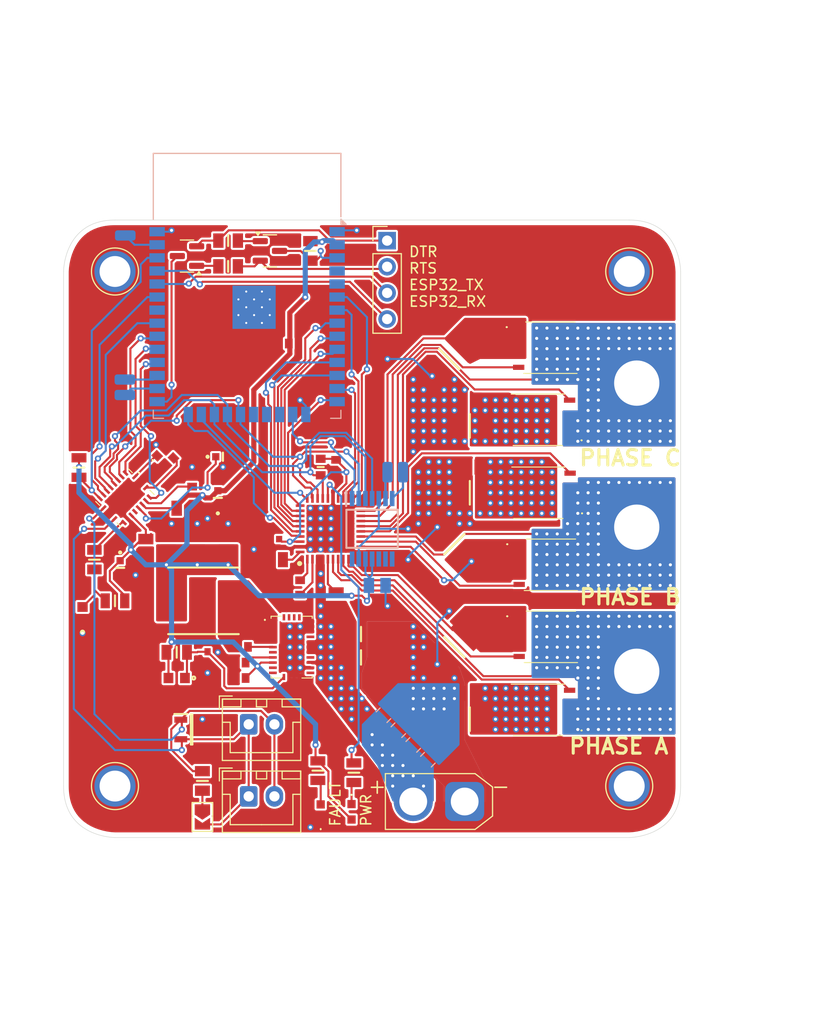
<source format=kicad_pcb>
(kicad_pcb (version 20241229) (generator "pcbnew") (generator_version "9.0")
  (layers (0 "F.Cu" signal) (4 "In1.Cu" power) (6 "In2.Cu" power) (2 "B.Cu" signal) (13 "F.Paste" user) (15 "B.Paste" user) (5 "F.SilkS" user "F.Silkscreen") (7 "B.SilkS" user "B.Silkscreen") (1 "F.Mask" user) (3 "B.Mask" user) (25 "Edge.Cuts" user))
  (net 0 "")
  (net 1 "ESP32_EN")
  (net 2 "GND")
  (net 3 "ESP32_BOOT")
  (net 4 "+BATT")
  (net 5 "FB")
  (net 6 "SOC")
  (net 7 "DVDD")
  (net 8 "SYS_3.3V")
  (net 9 "ESP32_TX")
  (net 10 "ESP32_RX")
  (net 11 "PHASE_C")
  (net 12 "/DRV8353S/GHB")
  (net 13 "/DRV8353S/GLB")
  (net 14 "ESP32_SDO")
  (net 15 "/DRV8353S/SPC")
  (net 16 "ESP32_SDI")
  (net 17 "/DRV8353S/GLC")
  (net 18 "/DRV8353S/GLA")
  (net 19 "PHASE_B")
  (net 20 "INLC")
  (net 21 "/DRV8353S/GHA")
  (net 22 "INHB")
  (net 23 "PHASE_A")
  (net 24 "INHA")
  (net 25 "ESP32_SCLK")
  (net 26 "nFault")
  (net 27 "/DRV8353S/SPB")
  (net 28 "/DRV8353S/SPA")
  (net 29 "/DRV8353S/GHC")
  (net 30 "INHC")
  (net 31 "INLB")
  (net 32 "DRV_ENABLE")
  (net 33 "INLA")
  (net 34 "DRV_nCS")
  (net 35 "SOA")
  (net 37 "SOB")
  (net 40 "MAG_ENCODER_nCS")
  (net 43 "TCAN_nWKRQ")
  (net 44 "TCAN_GPIO2")
  (net 45 "TCAN_GPIO1")
  (net 46 "TCAN_nINT")
  (net 47 "TCAN_RST")
  (net 48 "Net-(IC3-BOOT)")
  (net 49 "Net-(IC3-SW_1)")
  (net 50 "Net-(IC3-VCC)")
  (net 61 "Net-(IC5-VCCOUT)")
  (net 62 "Net-(IC5-FLTR)")
  (net 63 "DTR")
  (net 64 "RTS")
  (net 65 "Net-(JP1-A)")
  (net 66 "Net-(LED2-A)")
  (net 68 "TCAN_nCS")
  (net 69 "Net-(IC2-VGLS)")
  (net 70 "Net-(IC2-CPL)")
  (net 71 "Net-(IC2-CPH)")
  (net 72 "Net-(IC2-VCP)")
  (net 73 "CANH")
  (net 74 "CANL")
  (net 75 "Net-(IC5-WAKE)")
  (net 76 "OSC1")
  (net 78 "Net-(IC1-B)")
  (net 81 "Net-(IC1-A)")
  (net 83 "Net-(Q1-B)")
  (net 84 "Net-(Q2-B)")
  (net 86 "OSC2")
  (net 87 "Net-(J1-Pin_1)")
  (net 88 "Net-(LED1-K)")
  (net 89 "Net-(J2-Pin_1)")
  (net 90 "Net-(J5-Pin_1)")
  (net 91 "Net-(C32-Pad2)")
  (footprint "SamacSys_Parts:C0603" (layer "F.Cu") (at 46.844492 83.396594 90)
    (property "Reference" "C32" (hide yes))
    (property "Value" "0.01uF 6.3V" (hide yes))
  )
  (footprint "SamacSys_Parts:CAPC2012X145N" (layer "F.Cu") (at 60.83 76.17 90)
    (property "Reference" "C21" (hide yes))
    (property "Value" "47uF 10V" (hide yes))
  )
  (footprint "SamacSys_Parts:CAPC2012X94N" (layer "F.Cu") (at 84.65 69 180)
    (property "Reference" "C8" (hide yes))
    (property "Value" "0.1uF 50V" (hide yes))
  )
  (footprint "SamacSys_Parts:LM76003RNPR" (layer "F.Cu") (at 67.175 86.5)
    (property "Reference" "IC3" (hide yes))
    (property "Value" "LM76003RNPR" (hide yes))
  )
  (footprint "SamacSys_Parts:CAPC2012X145N" (layer "F.Cu") (at 65.5 78)
    (property "Reference" "C10" (hide yes))
    (property "Value" "1uF 16V" (hide yes))
  )
  (footprint "SamacSys_Parts:CAPC3225X270N" (layer "F.Cu") (at 84.5 93.5)
    (property "Reference" "C11" (hide yes))
    (property "Value" "10uF 50V" (hide yes))
  )
  (footprint "SamacSys_Parts:CAPC2012X145N" (layer "F.Cu") (at 58 76.17 90)
    (property "Reference" "C20" (hide yes))
    (property "Value" "47uF 10V" (hide yes))
  )
  (footprint "SamacSys_Parts:MBASx168" (layer "F.Cu") (at 60.5 68)
    (property "Reference" "C30" (hide yes))
    (property "Value" "10uF 6.3V" (hide yes))
  )
  (footprint "SamacSys_Parts:CAPC2012X145N" (layer "F.Cu") (at 55.17 76.17 90)
    (property "Reference" "C19" (hide yes))
    (property "Value" "47uF 10V" (hide yes))
  )
  (footprint "SamacSys_Parts:CAPC1608X90N" (layer "F.Cu") (at 62 88 180)
    (property "Reference" "C26" (hide yes))
    (property "Value" "1uF 10V" (hide yes))
  )
  (footprint "Connector_Wire:SolderWire-6sqmm_1x01_D3.5mm_OD7mm" (layer "F.Cu") (at 100.7305 74.845)
    (property "Reference" "J4" (hide yes))
    (property "Value" "Conn_01x01_Pin")
  )
  (footprint "Connector_JST:JST_XH_B2B-XH-A_1x02_P2.50mm_Vertical" (layer "F.Cu") (at 63 94)
    (property "Reference" "J11" (hide yes))
    (property "Value" "CAN1")
  )
  (footprint "SamacSys_Parts:RESC2012X60N" (layer "F.Cu") (at 48 78 90)
    (property "Reference" "R15" (hide yes))
    (property "Value" "33k" (hide yes))
  )
  (footprint "SamacSys_Parts:CAPC1608X90N" (layer "F.Cu") (at 66.2 57 180)
    (property "Reference" "C1" (hide yes))
    (property "Value" "0.1uF 166V" (hide yes))
  )
  (footprint "SamacSys_Parts:ABM11W300000MHZ4B1UT3" (layer "F.Cu") (at 54.893934 68.013 -45)
    (property "Reference" "Y1" (hide yes))
    (property "Value" "ABM11W-40.0000MHZ-4-K1Z-T3" (hide yes))
  )
  (footprint "SamacSys_Parts:QFN50P600X600X80-41N-D" (layer "F.Cu") (at 70.95 75 90)
    (property "Reference" "IC2" (hide yes))
    (property "Value" "DRV8353SRTAT" (hide yes))
  )
  (footprint "SamacSys_Parts:CAPC1608X90N" (layer "F.Cu") (at 57.5 70.2 -90)
    (property "Reference" "C31" (hide yes))
    (property "Value" "0.33uF 6.3V" (hide yes))
  )
  (footprint "TestPoint:TestPoint_Plated_Hole_D3.0mm" (layer "F.Cu") (at 50 100)
    (property "Reference" "TP3" (hide yes))
    (property "Value" "TestPoint")
  )
  (footprint "SamacSys_Parts:CAPC3216X229N" (layer "F.Cu") (at 73.92 87.5 180)
    (property "Reference" "C22" (hide yes))
    (property "Value" "4.7uF 50V" (hide yes))
  )
  (footprint "SamacSys_Parts:MBASx168" (layer "F.Cu") (at 50.5 78.8 -90)
    (property "Reference" "C28" (hide yes))
    (property "Value" "10uF 6.3V" (hide yes))
  )
  (footprint "SamacSys_Parts:CAPC2012X140N" (layer "F.Cu") (at 53 76.81 90)
    (property "Reference" "C29" (hide yes))
    (property "Value" "0.1uF 6.3V" (hide yes))
  )
  (footprint "SamacSys_Parts:RESC2012X65N" (layer "F.Cu") (at 61 49.5 180)
    (property "Reference" "R3" (hide yes))
    (property "Value" "10k" (hide yes))
  )
  (footprint "SamacSys_Parts:BSC016N06NS" (layer "F.Cu") (at 88.901 90.94 90)
    (property "Reference" "Q7" (hide yes))
    (property "Value" "BSC016N06NSATMA1" (hide yes))
  )
  (footprint "SamacSys_Parts:CAPC1608X90N" (layer "F.Cu") (at 62.227854 86.475194 180)
    (property "Reference" "C25" (hide yes))
    (property "Value" "0.47uF 10V" (hide yes))
  )
  (footprint "SamacSys_Parts:TCAN4551RGYRQ1" (layer "F.Cu") (at 50.94939 71.989949 -45)
    (property "Reference" "IC5" (hide yes))
    (property "Value" "TCAN4550RGYR" (hide yes))
  )
  (footprint "SamacSys_Parts:BSC016N06NS" (layer "F.Cu") (at 88.901 62.75 90)
    (property "Reference" "Q3" (hide yes))
    (property "Value" "BSC016N06NSATMA1" (hide yes))
  )
  (footprint "SamacSys_Parts:CAPC1608X90N" (layer "F.Cu") (at 68 80.7 90)
    (property "Reference" "C15" (hide yes))
    (property "Value" "0.047uF 50V" (hide yes))
  )
  (footprint "Package_TO_SOT_SMD:SOT-23" (layer "F.Cu") (at 65.0625 48)
    (property "Reference" "Q1" (hide yes))
    (property "Value" "MMSS8050-H-TP")
  )
  (footprint "SamacSys_Parts:RESC2012X50N" (layer "F.Cu") (at 56 87 180)
    (property "Reference" "R10" (hide yes))
    (property "Value" "100k" (hide yes))
  )
  (footprint "SamacSys_Parts:RESC2012X55N" (layer "F.Cu") (at 50 82)
    (property "Reference" "R14" (hide yes))
    (property "Value" "3k" (hide yes))
  )
  (footprint "SamacSys_Parts:RESC2012X65N" (layer "F.Cu") (at 69 48 90)
    (property "Reference" "R1" (hide yes))
    (property "Value" "10k" (hide yes))
  )
  (footprint "SamacSys_Parts:RESC2012X55N" (layer "F.Cu") (at 46.5 69.05 90)
    (property "Reference" "R13" (hide yes))
    (property "Value" "3k" (hide yes))
  )
  (footprint "SamacSys_Parts:RESC6430X80N" (layer "F.Cu") (at 83 76.5 135)
    (property "Reference" "R5" (hide yes))
    (property "Value" "ULR3-R0015FT2" (hide yes))
  )
  (footprint "SamacSys_Parts:CAPC3225X270N" (layer "F.Cu") (at 84.5 65)
    (property "Reference" "C13" (hide yes))
    (property "Value" "10uF 50V" (hide yes))
  )
  (footprint "Package_TO_SOT_SMD:SOT-23" (layer "F.Cu") (at 57 48.5 180)
    (property "Reference" "Q2" (hide yes))
    (property "Value" "MMSS8050-H-TP")
  )
  (footprint "SamacSys_Parts:SOT95P237X112-3N" (layer "F.Cu") (at 57.45 94.5)
    (property "Reference" "IC4" (hide yes))
    (property "Value" "ESD2CAN24DBZRQ1" (hide yes))
  )
  (footprint "SamacSys_Parts:CAPC2012X140N" (layer "F.Cu") (at 56.81 73 180)
    (property "Reference" "C34" (hide yes))
    (property "Value" "0.1uF 6.3V" (hide yes))
  )
  (footprint "SamacSys_Parts:RESC1608X55N" (layer "F.Cu") (at 70 69 90)
    (property "Reference" "R7" (hide yes))
    (property "Value" "50K" (hide yes))
  )
  (footprint "Connector_AMASS:AMASS_XT30U-M_1x02_P5.0mm_Vertical" (layer "F.Cu") (at 84 101.5 180)
    (property "Reference" "J7" (hide yes))
    (property "Value" "PWR")
  )
  (footprint "SamacSys_Parts:CAPC2012X145N" (layer "F.Cu") (at 71.5 82 90)
    (property "Reference" "C16" (hide yes))
    (property "Value" "1uF 16V" (hide yes))
  )
  (footprint "SamacSys_Parts:RESC2012X55N" (layer "F.Cu") (at 69.725 98.5 -90)
    (property "Reference" "R9" (hide yes))
    (property "Value" "330R" (hide yes))
  )
  (footprint "SamacSys_Parts:RESC1005X40N" (layer "F.Cu") (at 59 87.5 90)
    (property "Reference" "R11" (hide yes))
    (property "Value" "43.7k" (hide yes))
  )
  (footprint "SamacSys_Parts:KREELP4122Q1S136A8J8020R18" (layer "F.Cu") (at 70 102.532 90)
    (property "Reference" "LED2" (hide yes))
    (property "Value" "PWR_LED" (hide yes))
  )
  (footprint "SamacSys_Parts:KREELP4122Q1S136A8J8020R18" (layer "F.Cu") (at 73 102.5 -90)
    (property "Reference" "LED1" (hide yes))
    (property "Value" "Fault_LED" (hide yes))
  )
  (footprint "SamacSys_Parts:CAPC2012X94N" (layer "F.Cu") (at 84.5 91 180)
    (property "Reference" "C7" (hide yes))
    (property "Value" "0.1uF 50V" (hide yes))
  )
  (footprint "SamacSys_Parts:RESC6430X80N" (layer "F.Cu") (at 83 86.5 -135)
    (property "Reference" "R6" (hide yes))
    (property "Value" "ULR3-R0015FT2" (hide yes))
  )
  (footprint "SamacSys_Parts:RESC2012X65N" (layer "F.Cu") (at 61 47)
    (property "Reference" "R2" (hide yes))
    (property "Value" "10k" (hide yes))
  )
  (footprint "SamacSys_Parts:C0603" (layer "F.Cu") (at 56 89.5 180)
    (property "Reference" "C24" (hide yes))
    (property "Value" "0.01uF 6.3V" (hide yes))
  )
  (footprint "TestPoint:TestPoint_Plated_Hole_D3.0mm" (layer "F.Cu") (at 50 50)
    (property "Reference" "TP1" (hide yes))
    (property "Value" "TestPoint")
  )
  (footprint "SamacSys_Parts:BSC016N06NS" (layer "F.Cu") (at 88.95 69.845 90)
    (property "Reference" "Q5" (hide yes))
    (property "Value" "BSC016N06NSATMA1" (hide yes))
  )
  (footprint "SamacSys_Parts:BSC016N06NS" (layer "F.Cu") (at 94.551 59.06 -90)
    (property "Reference" "Q4" (hide yes))
    (property "Value" "BSC016N06NSATMA1" (hide yes))
  )
  (footprint "SamacSys_Parts:CAPC1608X90N" (layer "F.Cu") (at 71.5 69 -90)
    (property "Reference" "C17" (hide yes))
    (property "Value" "0.1uF 16V" (hide yes))
  )
  (footprint "Connector_JST:JST_XH_B2B-XH-A_1x02_P2.50mm_Vertical" (layer "F.Cu") (at 63 101)
    (property "Reference" "J12" (hide yes))
    (property "Value" "CAN2")
  )
  (footprint "SamacSys_Parts:RESC2012X55N" (layer "F.Cu") (at 73.225 98.7 -90)
    (property "Reference" "R8" (hide yes))
    (property "Value" "330R" (hide yes))
  )
  (footprint "SamacSys_Parts:CAPC1005X55N" (layer "F.Cu") (at 65.5 76 180)
    (property "Reference" "C14" (hide yes))
    (property "Value" "1uF 6.3V" (hide yes))
  )
  (footprint "SamacSys_Parts:BSC016N06NS" (layer "F.Cu") (at 94.6 80.155 -90)
    (property "Reference" "Q6" (hide yes))
    (property "Value" "BSC016N06NSATMA1" (hide yes))
  )
  (footprint "SamacSys_Parts:INDPM6965X240N" (layer "F.Cu") (at 58.6 82)
    (property "Reference" "L1" (hide yes))
    (property "Value" "10uH" (hide yes))
  )
  (footprint "Connector_Wire:SolderWire-6sqmm_1x01_D3.5mm_OD7mm" (layer "F.Cu") (at 100.7305 88.845)
    (property "Reference" "J6" (hide yes))
    (property "Value" "Conn_01x01_Pin")
  )
  (footprint "SamacSys_Parts:MBASx168" (layer "F.Cu") (at 60 72 90)
    (property "Reference" "C33" (hide yes))
    (property "Value" "10uF 6.3V" (hide yes))
  )
  (footprint "Connector_PinHeader_2.54mm:PinHeader_1x04_P2.54mm_Vertical" (layer "F.Cu") (at 76.46 47)
    (property "Reference" "J8" (hide yes))
    (property "Value" "Conn_01x04_Pin")
  )
  (footprint "SamacSys_Parts:CAPC3216X229N" (layer "F.Cu") (at 73.92 85.23 180)
    (property "Reference" "C23" (hide yes))
    (property "Value" "4.7uF 50V" (hide yes))
  )
  (footprint "SamacSys_Parts:CAPC1608X90N" (layer "F.Cu") (at 62 89.5 180)
    (property "Reference" "C27" (hide yes))
    (property "Value" "1uF 10V" (hide yes))
  )
  (footprint "TestPoint:TestPoint_Plated_Hole_D3.0mm" (layer "F.Cu") (at 100 100)
    (property "Reference" "TP4" (hide yes))
    (property "Value" "TestPoint")
  )
  (footprint "SamacSys_Parts:CAPC3225X270N" (layer "F.Cu") (at 84.5 71.5)
    (property "Reference" "C12" (hide yes))
    (property "Value" "10uF 50V" (hide yes))
  )
  (footprint "SamacSys_Parts:CAPC1608X90N" (layer "F.Cu") (at 73.8 89.5)
    (property "Reference" "C18" (hide yes))
    (property "Value" "0.047 50V" (hide yes))
  )
  (footprint "SamacSys_Parts:CAPC2012X94N" (layer "F.Cu") (at 84.35 62.5 180)
    (property "Reference" "C9" (hide yes))
    (property "Value" "0.1uF 50V" (hide yes))
  )
  (footprint "TestPoint:TestPoint_Plated_Hole_D3.0mm" (layer "F.Cu") (at 100 50)
    (property "Reference" "TP2" (hide yes))
    (property "Value" "TestPoint")
  )
  (footprint "SamacSys_Parts:RESC6430X80N" (layer "F.Cu") (at 82.5 58.5 -135)
    (property "Reference" "R4" (hide yes))
    (property "Value" "ULR3-R0015FT2" (hide yes))
  )
  (footprint "SamacSys_Parts:BSC016N06NS" (layer "F.Cu") (at 94.6 87.155 -90)
    (property "Reference" "Q8" (hide yes))
    (property "Value" "BSC016N06NSATMA1" (hide yes))
  )
  (footprint "Jumper:SolderJumper-2_P1.3mm_Open_TrianglePad1.0x1.5mm" (layer "F.Cu") (at 58.5 103 -90)
    (property "Reference" "JP1" (hide yes))
    (property "Value" "CANBUS_TERM")
  )
  (footprint "Connector_Wire:SolderWire-6sqmm_1x01_D3.5mm_OD7mm" (layer "F.Cu") (at 100.7305 60.845)
    (property "Reference" "J3" (hide yes))
    (property "Value" "Conn_01x01_Pin")
  )
  (footprint "SamacSys_Parts:RESC2013X65N" (layer "F.Cu") (at 58.5 99.5 -90)
    (property "Reference" "R12" (hide yes))
    (property "Value" "120" (hide yes))
  )
  (footprint "Capacitor_SMD:C_0805_2012Metric_Pad1.18x1.45mm_HandSolder" (layer "B.Cu") (at 77.550231 94.573037 45)
    (property "Reference" "C5" (hide yes))
    (property "Value" "C")
  )
  (footprint "RF_Module:ESP32-WROOM-32" (layer "B.Cu") (at 62.845 54.385 180)
    (property "Reference" "U1" (hide yes))
    (property "Value" "ESP32-WROOM-32")
  )
  (footprint "Capacitor_SMD:C_0805_2012Metric_Pad1.18x1.45mm_HandSolder" (layer "B.Cu") (at 76.108256 93.118071 45)
    (property "Reference" "C2" (hide yes))
    (property "Value" "C")
  )
  (footprint "Connector_Wire:SolderWirePad_1x01_SMD_1x2mm" (layer "B.Cu") (at 78 69.5)
    (property "Reference" "J10" (hide yes))
    (property "Value" "MAG_ENCODER_B")
  )
  (footprint "Connector_Wire:SolderWirePad_1x01_SMD_1x2mm" (layer "B.Cu") (at 50.96 62 -90)
    (property "Reference" "J1" (hide yes))
    (property "Value" "IO34")
  )
  (footprint "Capacitor_SMD:C_0805_2012Metric_Pad1.18x1.45mm_HandSolder" (layer "B.Cu") (at 79 96 45)
    (property "Reference" "C4" (hide yes))
    (property "Value" "C")
  )
  (footprint "Capacitor_SMD:C_0805_2012Metric_Pad1.18x1.45mm_HandSolder" (layer "B.Cu") (at 80.422814 97.437277 45)
    (property "Reference" "C3" (hide yes))
    (property "Value" "C")
  )
  (footprint "Connector_Wire:SolderWirePad_1x01_SMD_1x2mm" (layer "B.Cu") (at 51 46.5 90)
    (property "Reference" "J5" (hide yes))
    (property "Value" "IO23")
  )
  (footprint "Connector_Wire:SolderWirePad_1x01_SMD_1x2mm" (layer "B.Cu") (at 76.5 69.5)
    (property "Reference" "J9" (hide yes))
    (property "Value" "MAG_ENCODER_A")
  )
  (footprint "Connector_Wire:SolderWirePad_1x01_SMD_1x2mm" (layer "B.Cu") (at 50.96 60.5 -90)
    (property "Reference" "J2" (hide yes))
    (property "Value" "IO15")
  )
  (footprint "SamacSys_Parts:SOP65P640X120-14N" (layer "B.Cu") (at 75 75 -90)
    (property "Reference" "IC1" (hide yes))
    (property "Value" "AS5047P-ATSM" (hide yes))
  )
  (footprint "SamacSys_Parts:CAPC2012X140N" (layer "B.Cu") (at 75.5 80.5)
    (property "Reference" "C6" (hide yes))
    (property "Value" "0.1uF" (hide yes))
  )
  (gr_line (start 105 50) (end 105 100) (stroke (width 0.05)) (layer "Edge.Cuts"))
  (gr_line (start 50 45) (end 100 45) (stroke (width 0.05)) (layer "Edge.Cuts"))
  (gr_curve (pts (xy 100 45) (xy 105 45) (xy 105 50) (xy 105 50)) (stroke (width 0.05)) (layer "Edge.Cuts"))
  (gr_curve (pts (xy 105 100) (xy 105 105) (xy 100 105) (xy 100 105)) (stroke (width 0.05)) (layer "Edge.Cuts"))
  (gr_line (start 45 50) (end 45 100) (stroke (width 0.05)) (layer "Edge.Cuts"))
  (gr_curve (pts (xy 50 45) (xy 45 45) (xy 45 50) (xy 45 50)) (stroke (width 0.05)) (layer "Edge.Cuts"))
  (gr_curve (pts (xy 45 100) (xy 45 105) (xy 50 105) (xy 50 105)) (stroke (width 0.05)) (layer "Edge.Cuts"))
  (gr_line (start 50 105) (end 100 105) (stroke (width 0.05)) (layer "Edge.Cuts"))
  (gr_text "PWR" (at 75 104 90) (layer "F.SilkS") (effects (font (size 1 1)) (justify left bottom)))
  (gr_text "DTR\nRTS\nESP32_TX\nESP32_RX" (at 78.5 53.5 0) (layer "F.SilkS") (effects (font (size 1 1)) (justify left bottom)))
  (gr_text "PHASE C" (at 95 69 0) (layer "F.SilkS") (effects (font (size 1.5 1.5) (thickness 0.3) (bold yes)) (justify left bottom)))
  (gr_text "PHASE B" (at 95 82.5 0) (layer "F.SilkS") (effects (font (size 1.5 1.5) (thickness 0.3) (bold yes)) (justify left bottom)))
  (gr_text "FAULT" (at 72 104 90) (layer "F.SilkS") (effects (font (size 1 1)) (justify left bottom)))
  (gr_text "PHASE A" (at 94 97 0) (layer "F.SilkS") (effects (font (size 1.5 1.5) (thickness 0.3) (bold yes)) (justify left bottom)))
  (segment (start 68.05 48) (end 69 48.95) (width 0.2) (layer "F.Cu") (net 1))
  (segment (start 70 48.5) (end 69.55 48.95) (width 0.2) (layer "F.Cu") (net 1))
  (segment (start 66 48) (end 68.05 48) (width 0.2) (layer "F.Cu") (net 1))
  (segment (start 70 48) (end 70 48.5) (width 0.2) (layer "F.Cu") (net 1))
  (segment (start 69.55 48.95) (end 69 48.95) (width 0.2) (layer "F.Cu") (net 1))
  (via (at 70 48) (size 0.6) (drill 0.3) (layers "F.Cu" "B.Cu") (net 1))
  (segment (start 70 48.5) (end 70.175 48.675) (width 0.2) (layer "B.Cu") (net 1))
  (segment (start 70 48) (end 70 48.5) (width 0.2) (layer "B.Cu") (net 1))
  (segment (start 70.175 48.675) (end 71.595 48.675) (width 0.2) (layer "B.Cu") (net 1))
  (segment (start 59 74) (end 58 73) (width 0.2) (layer "F.Cu") (net 2))
  (segment (start 61.2 68) (end 61.2 68.3) (width 0.2) (layer "F.Cu") (net 2))
  (segment (start 71.2 72.8) (end 71 73) (width 0.2) (layer "F.Cu") (net 2))
  (segment (start 61.3 89.5) (end 61.3 88) (width 0.2) (layer "F.Cu") (net 2))
  (segment (start 59 88.05) (end 59 89) (width 0.2) (layer "F.Cu") (net 2))
  (segment (start 71.2 72.05) (end 71.2 72.8) (width 0.2) (layer "F.Cu") (net 2))
  (segment (start 55.17 75.34) (end 55.17 74.83) (width 0.2) (layer "F.Cu") (net 2))
  (segment (start 77.75 77.25) (end 73.9 77.25) (width 0.2) (layer "F.Cu") (net 2))
  (segment (start 61.3 88) (end 61 88) (width 0.2) (layer "F.Cu") (net 2))
  (segment (start 53 77.62) (end 53 78.5) (width 0.2) (layer "F.Cu") (net 2))
  (segment (start 74.75 72.75) (end 75.5 72) (width 0.2) (layer "F.Cu") (net 2))
  (segment (start 76 59) (end 76.5 58.5) (width 0.2) (layer "F.Cu") (net 2))
  (segment (start 73.2 77.95) (end 77.45 77.95) (width 0.2) (layer "F.Cu") (net 2))
  (segment (start 54.485105 68.807788) (end 52.734835 70.558058) (width 0.2) (layer "F.Cu") (net 2))
  (segment (start 60 73) (end 59 74) (width 0.2) (layer "F.Cu") (net 2))
  (segment (start 75.5 72) (end 76 71.5) (width 0.2) (layer "F.Cu") (net 2))
  (segment (start 72 70.2) (end 71.5 69.7) (width 0.2) (layer "F.Cu") (net 2))
  (segment (start 60.83 74.67) (end 61 74.5) (width 0.2) (layer "F.Cu") (net 2))
  (segment (start 65.5 56.2125) (end 64.2875 55) (width 0.2) (layer "F.Cu") (net 2))
  (segment (start 65.04 76) (end 64.5 76) (width 0.2) (layer "F.Cu") (net 2))
  (segment (start 60 72.7) (end 60 73) (width 0.2) (layer "F.Cu") (net 2))
  (segment (start 58 73) (end 57.62 73) (width 0.2) (layer "F.Cu") (net 2))
  (segment (start 78.5 78) (end 77.75 77.25) (width 0.2) (layer "F.Cu") (net 2))
  (segment (start 60.83 75.34) (end 60.83 74.67) (width 0.2) (layer "F.Cu") (net 2))
  (segment (start 64.67 78) (end 64.5 78) (width 0.2) (layer "F.Cu") (net 2))
  (segment (start 73.9 72.75) (end 74.75 72.75) (width 0.2) (layer "F.Cu") (net 2))
  (segment (start 71.2 71.3) (end 72 70.5) (width 0.2) (layer "F.Cu") (net 2))
  (segment (start 64.5 78) (end 63.5 77) (width 0.2) (layer "F.Cu") (net 2))
  (segment (start 69 104) (end 69.282 104) (width 0.2) (layer "F.Cu") (net 2))
  (segment (start 68 76.75) (end 68.75 76.75) (width 0.2) (layer "F.Cu") (net 2))
  (segment (start 53 78.5) (end 52 79.5) (width 0.2) (layer "F.Cu") (net 2))
  (segment (start 69.282 104) (end 70 103.282) (width 0.2) (layer "F.Cu") (net 2))
  (segment (start 54.399713 66.830057) (end 54.787161 67.217505) (width 0.2) (layer "F.Cu") (net 2))
  (segment (start 76 71.5) (end 76 70.5) (width 0.2) (layer "F.Cu") (net 2))
  (segment (start 58.5 94.5) (end 58.5 93.5) (width 0.2) (layer "F.Cu") (net 2))
  (segment (start 61 88) (end 60 87) (width 0.2) (layer "F.Cu") (net 2))
  (segment (start 46.844492 85.155508) (end 46.844492 84.196594) (width 0.2) (layer "F.Cu") (net 2))
  (segment (start 52 79.5) (end 50.5 79.5) (width 0.2) (layer "F.Cu") (net 2))
  (segment (start 61.2 68.3) (end 60.5 69) (width 0.2) (layer "F.Cu") (net 2))
  (segment (start 76 70.5) (end 76 59) (width 0.2) (layer "F.Cu") (net 2))
  (segment (start 55 68.807788) (end 54.485105 68.807788) (width 0.2) (layer "F.Cu") (net 2))
  (segment (start 57.5 69) (end 57.5 69.5) (width 0.2) (layer "F.Cu") (net 2))
  (segment (start 53.978574 66.830057) (end 54.399713 66.830057) (width 0.2) (layer "F.Cu") (net 2))
  (segment (start 68.75 76.75) (end 69 77) (width 0.2) (layer "F.Cu") (net 2))
  (segment (start 71.2 72.05) (end 71.2 71.3) (width 0.2) (layer "F.Cu") (net 2))
  (segment (start 77.45 77.95) (end 82.5 83) (width 0.2) (layer "F.Cu") (net 2))
  (segment (start 58 75.34) (end 58 74.5) (width 0.2) (layer "F.Cu") (net 2))
  (segment (start 72 70.5) (end 72 70.2) (width 0.2) (layer "F.Cu") (net 2))
  (segment (start 64.5 76) (end 63.5 77) (width 0.2) (layer "F.Cu") (net 2))
  (segment (start 65.5 57) (end 65.5 56.2125) (width 0.2) (layer "F.Cu") (net 2))
  (segment (start 55.17 74.83) (end 55.5 74.5) (width 0.2) (layer "F.Cu") (net 2))
  (via (at 82 92.5) (size 0.6) (drill 0.3) (layers "F.Cu" "B.Cu") (net 2))
  (via (at 83 66.5) (size 0.6) (drill 0.3) (layers "F.Cu" "B.Cu") (net 2))
  (via (at 59 74) (size 0.6) (drill 0.3) (layers "F.Cu" "B.Cu") (net 2))
  (via (at 80 90.5) (size 0.6) (drill 0.3) (layers "F.Cu" "B.Cu") (net 2))
  (via (at 79 65.5) (size 0.6) (drill 0.3) (layers "F.Cu" "B.Cu") (net 2))
  (via (at 80.838299 60.161701) (size 0.6) (drill 0.3) (layers "F.Cu" "B.Cu") (net 2))
  (via (at 82.5 83) (size 0.6) (drill 0.3) (layers "F.Cu" "B.Cu") (net 2))
  (via (at 79 89.5) (size 0.6) (drill 0.3) (layers "F.Cu" "B.Cu") (net 2))
  (via (at 83 62.5) (size 0.6) (drill 0.3) (layers "F.Cu" "B.Cu") (net 2))
  (via (at 69 104) (size 0.6) (drill 0.3) (layers "F.Cu" "B.Cu") (net 2))
  (via (at 83.5 74.5) (size 0.6) (drill 0.3) (layers "F.Cu" "B.Cu") (net 2))
  (via (at 80 86.5) (size 0.6) (drill 0.3) (layers "F.Cu" "B.Cu") (net 2))
  (via (at 68 87.5) (size 0.6) (drill 0.3) (layers "F.Cu" "B.Cu") (net 2))
  (via (at 84.5 74.5) (size 0.6) (drill 0.3) (layers "F.Cu" "B.Cu") (net 2))
  (via (at 73.5 46) (size 0.6) (drill 0.3) (layers "F.Cu" "B.Cu") (net 2))
  (via (at 80 63.5) (size 0.6) (drill 0.3) (layers "F.Cu" "B.Cu") (net 2))
  (via (at 81 65.5) (size 0.6) (drill 0.3) (layers "F.Cu" "B.Cu") (net 2))
  (via (at 69 76) (size 0.6) (drill 0.3) (layers "F.Cu" "B.Cu") (net 2))
  (via (at 83 60.5) (size 0.6) (drill 0.3) (layers "F.Cu" "B.Cu") (net 2))
  (via (at 69 73) (size 0.6) (drill 0.3) (layers "F.Cu" "B.Cu") (net 2))
  (via (at 79 63.5) (size 0.6) (drill 0.3) (layers "F.Cu" "B.Cu") (net 2))
  (via (at 79.5 71.5) (size 0.6) (drill 0.3) (layers "F.Cu" "B.Cu") (net 2))
  (via (at 71 73) (size 0.6) (drill 0.3) (layers "F.Cu" "B.Cu") (net 2))
  (via (at 52 79.5) (size 0.6) (drill 0.3) (layers "F.Cu" "B.Cu") (net 2))
  (via (at 55.5 46) (size 0.6) (drill 0.3) (layers "F.Cu" "B.Cu") (net 2))
  (via (at 81.338299 74.838299) (size 0.6) (drill 0.3) (layers "F.Cu" "B.Cu") (net 2))
  (via (at 82 61.5) (size 0.6) (drill 0.3) (layers "F.Cu" "B.Cu") (net 2))
  (via (at 84 61.5) (size 0.6) (drill 0.3) (layers "F.Cu" "B.Cu") (net 2))
  (via (at 81 91.5) (size 0.6) (drill 0.3) (layers "F.Cu" "B.Cu") (net 2))
  (via (at 76.5 58.5) (size 0.6) (drill 0.3) (layers "F.Cu" "B.Cu") (net 2))
  (via (at 81 90.5) (size 0.6) (drill 0.3) (layers "F.Cu" "B.Cu") (net 2))
  (via (at 82 90.5) (size 0.6) (drill 0.3) (layers "F.Cu" "B.Cu") (net 2))
  (via (at 63.5 77) (size 0.6) (drill 0.3) (layers "F.Cu" "B.Cu") (net 2))
  (via (at 82 62.5) (size 0.6) (drill 0.3) (layers "F.Cu" "B.Cu") (net 2))
  (via (at 81.5 72.5) (size 0.6) (drill 0.3) (layers "F.Cu" "B.Cu") (net 2))
  (via (at 79 84.5) (size 0.6) (drill 0.3) (layers "F.Cu" "B.Cu") (net 2))
  (via (at 68 86.5) (size 0.6) (drill 0.3) (layers "F.Cu" "B.Cu") (net 2))
  (via (at 80.5 73.5) (size 0.6) (drill 0.3) (layers "F.Cu" "B.Cu") (net 2))
  (via (at 79 88.5) (size 0.6) (drill 0.3) (layers "F.Cu" "B.Cu") (net 2))
  (via (at 71 74) (size 0.6) (drill 0.3) (layers "F.Cu" "B.Cu") (net 2))
  (via (at 79.5 69.5) (size 0.6) (drill 0.3) (layers "F.Cu" "B.Cu") (net 2))
  (via (at 76.5 82.5) (size 0.6) (drill 0.3) (layers "F.Cu" "B.Cu") (net 2))
  (via (at 79 66.5) (size 0.6) (drill 0.3) (layers "F.Cu" "B.Cu") (net 2))
  (via (at 81 64.5) (size 0.6) (drill 0.3) (layers "F.Cu" "B.Cu") (net 2))
  (via (at 84 66.5) (size 0.6) (drill 0.3) (layers "F.Cu" "B.Cu") (net 2))
  (via (at 58 74.5) (size 0.6) (drill 0.3) (layers "F.Cu" "B.Cu") (net 2))
  (via (at 82 66.5) (size 0.6) (drill 0.3) (layers "F.Cu" "B.Cu") (net 2))
  (via (at 80.5 71.5) (size 0.6) (drill 0.3) (layers "F.Cu" "B.Cu") (net 2))
  (via (at 79 92.5) (size 0.6) (drill 0.3) (layers "F.Cu" "B.Cu") (net 2))
  (via (at 80 65.5) (size 0.6) (drill 0.3) (layers "F.Cu" "B.Cu") (net 2))
  (via (at 61 74.5) (size 0.6) (drill 0.3) (layers "F.Cu" "B.Cu") (net 2))
  (via (at 71 75) (size 0.6) (drill 0.3) (layers "F.Cu" "B.Cu") (net 2))
  (via (at 81.5 71.5) (size 0.6) (drill 0.3) (layers "F.Cu" "B.Cu") (net 2))
  (via (at 81.338299 88.161701) (size 0.6) (drill 0.3) (layers "F.Cu" "B.Cu") (net 2))
  (via (at 67 86.5) (size 0.6) (drill 0.3) (layers "F.Cu" "B.Cu") (net 2))
  (via (at 82 64.5) (size 0.6) (drill 0.3) (layers "F.Cu" "B.Cu") (net 2))
  (via (at 79 60.5) (size 0.6) (drill 0.3) (layers "F.Cu" "B.Cu") (net 2))
  (via (at 53.978574 66.830057) (size 0.6) (drill 0.3) (layers "F.Cu" "B.Cu") (net 2))
  (via (at 59 89) (size 0.6) (drill 0.3) (layers "F.Cu" "B.Cu") (net 2))
  (via (at 83 90.5) (size 0.6) (drill 0.3) (layers "F.Cu" "B.Cu") (net 2))
  (via (at 68 84.5) (size 0.6) (drill 0.3) (layers "F.Cu" "B.Cu") (net 2))
  (via (at 81.5 68.5) (size 0.6) (drill 0.3) (layers "F.Cu" "B.Cu") (net 2))
  (via (at 83 91.5) (size 0.6) (drill 0.3) (layers "F.Cu" "B.Cu") (net 2))
  (via (at 80 91.5) (size 0.6) (drill 0.3) (layers "F.Cu" "B.Cu") (net 2))
  (via (at 70 77) (size 0.6) (drill 0.3) (layers "F.Cu" "B.Cu") (net 2))
  (via (at 82.5 68.5) (size 0.6) (drill 0.3) (layers "F.Cu" "B.Cu") (net 2))
  (via (at 70 75) (size 0.6) (drill 0.3) (layers "F.Cu" "B.Cu") (net 2))
  (via (at 78.5 78) (size 0.6) (drill 0.3) (layers "F.Cu" "B.Cu") (net 2))
  (via (at 60 87) (size 0.6) (drill 0.3) (layers "F.Cu" "B.Cu") (net 2))
  (via (at 80.5 72.5) (size 0.6) (drill 0.3) (layers "F.Cu" "B.Cu") (net 2))
  (via (at 82 63.5) (size 0.6) (drill 0.3) (layers "F.Cu" "B.Cu") (net 2))
  (via (at 60.5 69) (size 0.6) (drill 0.3) (layers "F.Cu" "B.Cu") (net 2))
  (via (at 81 66.5) (size 0.6) (drill 0.3) (layers "F.Cu" "B.Cu") (net 2))
  (via (at 83 61.5) (size 0.6) (drill 0.3) (layers "F.Cu" "B.Cu") (net 2))
  (via (at 80.5 70.5) (size 0.6) (drill 0.3) (layers "F.Cu" "B.Cu") (net 2))
  (via (at 80.5 68.5) (size 0.6) (drill 0.3) (layers "F.Cu" "B.Cu") (net 2))
  (via (at 79 86.5) (size 0.6) (drill 0.3) (layers "F.Cu" "B.Cu") (net 2))
  (via (at 79 61.5) (size 0.6) (drill 0.3) (layers "F.Cu" "B.Cu") (net 2))
  (via (at 80 89.5) (size 0.6) (drill 0.3) (layers "F.Cu" "B.Cu") (net 2))
  (via (at 82.5 72.5) (size 0.6) (drill 0.3) (layers "F.Cu" "B.Cu") (net 2))
  (via (at 79 91.5) (size 0.6) (drill 0.3) (layers "F.Cu" "B.Cu") (net 2))
  (via (at 80 85.5) (size 0.6) (drill 0.3) (layers "F.Cu" "B.Cu") (net 2))
  (via (at 82.5 69.5) (size 0.6) (drill 0.3) (layers "F.Cu" "B.Cu") (net 2))
  (via (at 80 92.5) (size 0.6) (drill 0.3) (layers "F.Cu" "B.Cu") (net 2))
  (via (at 79 67.5) (size 0.6) (drill 0.3) (layers "F.Cu" "B.Cu") (net 2))
  (via (at 67 85.5) (size 0.6) (drill 0.3) (layers "F.Cu" "B.Cu") (net 2))
  (via (at 46.844492 85.155508) (size 0.6) (drill 0.3) (layers "F.Cu" "B.Cu") (net 2))
  (via (at 68 88.5) (size 0.6) (drill 0.3) (layers "F.Cu" "B.Cu") (net 2))
  (via (at 70 73) (size 0.6) (drill 0.3) (layers "F.Cu" "B.Cu") (net 2))
  (via (at 69 74) (size 0.6) (drill 0.3) (layers "F.Cu" "B.Cu") (net 2))
  (via (at 82.5 71.5) (size 0.6) (drill 0.3) (layers "F.Cu" "B.Cu") (net 2))
  (via (at 55.5 74.5) (size 0.6) (drill 0.3) (layers "F.Cu" "B.Cu") (net 2))
  (via (at 80 61.5) (size 0.6) (drill 0.3) (layers "F.Cu" "B.Cu") (net 2))
  (via (at 81 63.5) (size 0.6) (drill 0.3) (layers "F.Cu" "B.Cu") (net 2))
  (via (at 80 62.5) (size 0.6) (drill 0.3) (layers "F.Cu" "B.Cu") (net 2))
  (via (at 82.5 73.5) (size 0.6) (drill 0.3) (layers "F.Cu" "B.Cu") (net 2))
  (via (at 79.5 73.5) (size 0.6) (drill 0.3) (layers "F.Cu" "B.Cu") (net 2))
  (via (at 67 84.5) (size 0.6) (drill 0.3) (layers "F.Cu" "B.Cu") (net 2))
  (via (at 84.5 73.5) (size 0.6) (drill 0.3) (layers "F.Cu" "B.Cu") (net 2))
  (via (at 79 90.5) (size 0.6) (drill 0.3) (layers "F.Cu" "B.Cu") (net 2))
  (via (at 83.5 73.5) (size 0.6) (drill 0.3) (layers "F.Cu" "B.Cu") (net 2))
  (via (at 70 74) (size 0.6) (drill 0.3) (layers "F.Cu" "B.Cu") (net 2))
  (via (at 79.5 74.5) (size 0.6) (drill 0.3) (layers "F.Cu" "B.Cu") (net 2))
  (via (at 81.5 70.5) (size 0.6) (drill 0.3) (layers "F.Cu" "B.Cu") (net 2))
  (via (at 80 64.5) (size 0.6) (drill 0.3) (layers "F.Cu" "B.Cu") (net 2))
  (via (at 71 76) (size 0.6) (drill 0.3) (layers "F.Cu" "B.Cu") (net 2))
  (via (at 58.5 93.5) (size 0.6) (drill 0.3) (layers "F.Cu" "B.Cu") (net 2))
  (via (at 83 89.5) (size 0.6) (drill 0.3) (layers "F.Cu" "B.Cu") (net 2))
  (via (at 57.5 69) (size 0.6) (drill 0.3) (layers "F.Cu" "B.Cu") (net 2))
  (via (at 81.5 69.5) (size 0.6) (drill 0.3) (layers "F.Cu" "B.Cu") (net 2))
  (via (at 78.5 75) (size 0.6) (drill 0.3) (layers "F.Cu" "B.Cu") (net 2))
  (via (at 71 77) (size 0.6) (drill 0.3) (layers "F.Cu" "B.Cu") (net 2))
  (via (at 80.5 69.5) (size 0.6) (drill 0.3) (layers "F.Cu" "B.Cu") (net 2))
  (via (at 80 66.5) (size 0.6) (drill 0.3) (layers "F.Cu" "B.Cu") (net 2))
  (via (at 79.5 72.5) (size 0.6) (drill 0.3) (layers "F.Cu" "B.Cu") (net 2))
  (via (at 79 87.5) (size 0.6) (drill 0.3) (layers "F.Cu" "B.Cu") (net 2))
  (via (at 81 62.5) (size 0.6) (drill 0.3) (layers "F.Cu" "B.Cu") (net 2))
  (via (at 69 75) (size 0.6) (drill 0.3) (layers "F.Cu" "B.Cu") (net 2))
  (via (at 82.5 70.5) (size 0.6) (drill 0.3) (layers "F.Cu" "B.Cu") (net 2))
  (via (at 79 64.5) (size 0.6) (drill 0.3) (layers "F.Cu" "B.Cu") (net 2))
  (via (at 83 63.5) (size 0.6) (drill 0.3) (layers "F.Cu" "B.Cu") (net 2))
  (via (at 69 77) (size 0.6) (drill 0.3) (layers "F.Cu" "B.Cu") (net 2))
  (via (at 68 62.5) (size 0.6) (drill 0.3) (layers "F.Cu" "B.Cu") (net 2))
  (via (at 79 85.5) (size 0.6) (drill 0.3) (layers "F.Cu" "B.Cu") (net 2))
  (via (at 81 92.5) (size 0.6) (drill 0.3) (layers "F.Cu" "B.Cu") (net 2))
  (via (at 70 76) (size 0.6) (drill 0.3) (layers "F.Cu" "B.Cu") (net 2))
  (via (at 79.5 70.5) (size 0.6) (drill 0.3) (layers "F.Cu" "B.Cu") (net 2))
  (via (at 82 65.5) (size 0.6) (drill 0.3) (layers "F.Cu" "B.Cu") (net 2))
  (via (at 67 88.5) (size 0.6) (drill 0.3) (layers "F.Cu" "B.Cu") (net 2))
  (via (at 68 85.5) (size 0.6) (drill 0.3) (layers "F.Cu" "B.Cu") (net 2))
  (via (at 79 62.5) (size 0.6) (drill 0.3) (layers "F.Cu" "B.Cu") (net 2))
  (via (at 67 87.5) (size 0.6) (drill 0.3) (layers "F.Cu" "B.Cu") (net 2))
  (via (at 82 91.5) (size 0.6) (drill 0.3) (layers "F.Cu" "B.Cu") (net 2))
  (segment (start 75.5 75) (end 73.7 76.8) (width 0.2) (layer "B.Cu") (net 2))
  (segment (start 78.5 77.676598) (end 81.338299 74.838299) (width 0.2) (layer "B.Cu") (net 2))
  (segment (start 55.365 46.135) (end 55.5 46) (width 0.2) (layer "B.Cu") (net 2))
  (segment (start 75.65 72.062) (end 75.65 74.85) (width 0.2) (layer "B.Cu") (net 2))
  (segment (start 76.5 58.5) (end 79 58.5) (width 0.2) (layer "B.Cu") (net 2))
  (segment (start 78.5 78) (end 78.5 77.676598) (width 0.2) (layer "B.Cu") (net 2))
  (segment (start 73.5 46) (end 71.73 46) (width 0.2) (layer "B.Cu") (net 2))
  (segment (start 54.095 46.135) (end 55.365 46.135) (width 0.2) (layer "B.Cu") (net 2))
  (segment (start 82.5 83) (end 81.338299 84.161701) (width 0.2) (layer "B.Cu") (net 2))
  (segment (start 75.5 75) (end 78.5 75) (width 0.2) (layer "B.Cu") (net 2))
  (segment (start 76.31 80.5) (end 76.31 82.31) (width 0.2) (layer "B.Cu") (net 2))
  (segment (start 68.555 63.055) (end 68 62.5) (width 0.2) (layer "B.Cu") (net 2))
  (segment (start 76.5 82.5) (end 76.31 82.31) (width 0.2) (layer "B.Cu") (net 2))
  (segment (start 71.73 46) (end 71.595 46.135) (width 0.2) (layer "B.Cu") (net 2))
  (segment (start 79 58.5) (end 80.661701 60.161701) (width 0.2) (layer "B.Cu") (net 2))
  (segment (start 73.7 76.8) (end 73.7 77.938) (width 0.2) (layer "B.Cu") (net 2))
  (segment (start 81.338299 84.161701) (end 81.338299 88.161701) (width 0.2) (layer "B.Cu") (net 2))
  (segment (start 80.661701 60.161701) (end 80.838299 60.161701) (width 0.2) (layer "B.Cu") (net 2))
  (segment (start 68.555 63.895) (end 68.555 63.055) (width 0.2) (layer "B.Cu") (net 2))
  (segment (start 75.65 74.85) (end 75.5 75) (width 0.2) (layer "B.Cu") (net 2))
  (segment (start 55.5 49.0625) (end 55.5 61) (width 0.2) (layer "F.Cu") (net 3))
  (segment (start 56.0625 48.5) (end 55.5 49.0625) (width 0.2) (layer "F.Cu") (net 3))
  (via (at 55.5 61) (size 0.6) (drill 0.3) (layers "F.Cu" "B.Cu") (net 3))
  (segment (start 55.5 62.19) (end 55.045 62.645) (width 0.2) (layer "B.Cu") (net 3))
  (segment (start 55.045 62.645) (end 54.095 62.645) (width 0.2) (layer "B.Cu") (net 3))
  (segment (start 55.5 61) (end 55.5 62.19) (width 0.2) (layer "B.Cu") (net 3))
  (via (at 70 83.5) (size 0.6) (drill 0.3) (layers "F.Cu" "B.Cu") (net 4))
  (via (at 86 66.5) (size 0.6) (drill 0.3) (layers "F.Cu" "B.Cu") (net 4))
  (via (at 70 89.5) (size 0.6) (drill 0.3) (layers "F.Cu" "B.Cu") (net 4))
  (via (at 92.5 69.5) (size 0.6) (drill 0.3) (layers "F.Cu" "B.Cu") (net 4))
  (via (at 92 66.5) (size 0.6) (drill 0.3) (layers "F.Cu" "B.Cu") (net 4))
  (via (at 88 92.5) (size 0.6) (drill 0.3) (layers "F.Cu" "B.Cu") (net 4))
  (via (at 86.5 69.5) (size 0.6) (drill 0.3) (layers "F.Cu" "B.Cu") (net 4))
  (via (at 87 62.5) (size 0.6) (drill 0.3) (layers "F.Cu" "B.Cu") (net 4))
  (via (at 87 93.5) (size 0.6) (drill 0.3) (layers "F.Cu" "B.Cu") (net 4))
  (via (at 87.5 72.5) (size 0.6) (drill 0.3) (layers "F.Cu" "B.Cu") (net 4))
  (via (at 70.009496 79.353271) (size 0.6) (drill 0.3) (layers "F.Cu" "B.Cu") (net 4))
  (via (at 73 93.5) (size 0.6) (drill 0.3) (layers "F.Cu" "B.Cu") (net 4))
  (via (at 75 95) (size 0.6) (drill 0.3) (layers "F.Cu" "B.Cu") (net 4))
  (via (at 89.5 73.5) (size 0.6) (drill 0.3) (layers "F.Cu" "B.Cu") (net 4))
  (via (at 91 62.5) (size 0.6) (drill 0.3) (layers "F.Cu" "B.Cu") (net 4))
  (via (at 88 94.5) (size 0.6) (drill 0.3) (layers "F.Cu" "B.Cu") (net 4))
  (via (at 72 89.5) (size 0.6) (drill 0.3) (layers "F.Cu" "B.Cu") (net 4))
  (via (at 90 90.5) (size 0.6) (drill 0.3) (layers "F.Cu" "B.Cu") (net 4))
  (via (at 70 86.5) (size 0.6) (drill 0.3) (layers "F.Cu" "B.Cu") (net 4))
  (via (at 87 92.5) (size 0.6) (drill 0.3) (layers "F.Cu" "B.Cu") (net 4))
  (via (at 91 90.5) (size 0.6) (drill 0.3) (layers "F.Cu" "B.Cu") (net 4))
  (via (at 78 98) (size 0.6) (drill 0.3) (layers "F.Cu" "B.Cu") (net 4))
  (via (at 86 63.5) (size 0.6) (drill 0.3) (layers "F.Cu" "B.Cu") (net 4))
  (via (at 77 97) (size 0.6) (drill 0.3) (layers "F.Cu" "B.Cu") (net 4))
  (via (at 73 90.5) (size 0.6) (drill 0.3) (layers "F.Cu" "B.Cu") (net 4))
  (via (at 91.5 69.5) (size 0.6) (drill 0.3) (layers "F.Cu" "B.Cu") (net 4))
  (via (at 87 90.5) (size 0.6) (drill 0.3) (layers "F.Cu" "B.Cu") (net 4))
  (via (at 92 91.5) (size 0.6) (drill 0.3) (layers "F.Cu" "B.Cu") (net 4))
  (via (at 88 63.5) (size 0.6) (drill 0.3) (layers "F.Cu" "B.Cu") (net 4))
  (via (at 88 91.5) (size 0.6) (drill 0.3) (layers "F.Cu" "B.Cu") (net 4))
  (via (at 91.5 70.5) (size 0.6) (drill 0.3) (layers "F.Cu" "B.Cu") (net 4))
  (via (at 89 92.5) (size 0.6) (drill 0.3) (layers "F.Cu" "B.Cu") (net 4))
  (via (at 91 93.5) (size 0.6) (drill 0.3) (layers "F.Cu" "B.Cu") (net 4))
  (via (at 90 62.5) (size 0.6) (drill 0.3) (layers "F.Cu" "B.Cu") (net 4))
  (via (at 85 64.5) (size 0.6) (drill 0.3) (layers "F.Cu" "B.Cu") (net 4))
  (via (at 88 64.5) (size 0.6) (drill 0.3) (layers "F.Cu" "B.Cu") (net 4))
  (via (at 85.5 73.5) (size 0.6) (drill 0.3) (layers "F.Cu" "B.Cu") (net 4))
  (via (at 92 65.5) (size 0.6) (drill 0.3) (layers "F.Cu" "B.Cu") (net 4))
  (via (at 75 96) (size 0.6) (drill 0.3) (layers "F.Cu" "B.Cu") (net 4))
  (via (at 70 80.5) (size 0.6) (drill 0.3) (layers "F.Cu" "B.Cu") (net 4))
  (via (at 90 63.5) (size 0.6) (drill 0.3) (layers "F.Cu" "B.Cu") (net 4))
  (via (at 91 66.5) (size 0.6) (drill 0.3) (layers "F.Cu" "B.Cu") (net 4))
  (via (at 70 87.5) (size 0.6) (drill 0.3) (layers "F.Cu" "B.Cu") (net 4))
  (via (at 90.5 70.5) (size 0.6) (drill 0.3) (layers "F.Cu" "B.Cu") (net 4))
  (via (at 88 65.5) (size 0.6) (drill 0.3) (layers "F.Cu" "B.Cu") (net 4))
  (via (at 92.5 72.5) (size 0.6) (drill 0.3) (layers "F.Cu" "B.Cu") (net 4))
  (via (at 72 92.5) (size 0.6) (drill 0.3) (layers "F.Cu" "B.Cu") (net 4))
  (via (at 89.5 69.5) (size 0.6) (drill 0.3) (layers "F.Cu" "B.Cu") (net 4))
  (via (at 73 91.5) (size 0.6) (drill 0.3) (layers "F.Cu" "B.Cu") (net 4))
  (via (at 92 63.5) (size 0.6) (drill 0.3) (layers "F.Cu" "B.Cu") (net 4))
  (via (at 87 64.5) (size 0.6) (drill 0.3) (layers "F.Cu" "B.Cu") (net 4))
  (via (at 89 64.5) (size 0.6) (drill 0.3) (layers "F.Cu" "B.Cu") (net 4))
  (via (at 71 90.5) (size 0.6) (drill 0.3) (layers "F.Cu" "B.Cu") (net 4))
  (via (at 92 93.5) (size 0.6) (drill 0.3) (layers "F.Cu" "B.Cu") (net 4))
  (via (at 88.5 70.5) (size 0.6) (drill 0.3) (layers "F.Cu" "B.Cu") (net 4))
  (via (at 71 87.5) (size 0.6) (drill 0.3) (layers "F.Cu" "B.Cu") (net 4))
  (via (at 86.5 72.5) (size 0.6) (drill 0.3) (layers "F.Cu" "B.Cu") (net 4))
  (via (at 90 65.5) (size 0.6) (drill 0.3) (layers "F.Cu" "B.Cu") (net 4))
  (via (at 70 82.5) (size 0.6) (drill 0.3) (layers "F.Cu" "B.Cu") (net 4))
  (via (at 70.996198 86.462954) (size 0.6) (drill 0.3) (layers "F.Cu" "B.Cu") (net 4))
  (via (at 90 93.5) (size 0.6) (drill 0.3) (layers "F.Cu" "B.Cu") (net 4))
  (via (at 92.5 71.5) (size 0.6) (drill 0.3) (layers "F.Cu" "B.Cu") (net 4))
  (via (at 86 62.5) (size 0.6) (drill 0.3) (layers "F.Cu" "B.Cu") (net 4))
  (via (at 87.5 68.5) (size 0.6) (drill 0.3) (layers "F.Cu" "B.Cu") (net 4))
  (via (at 77 99) (size 0.6) (drill 0.3) (layers "F.Cu" "B.Cu") (net 4))
  (via (at 70 85.5) (size 0.6) (drill 0.3) (layers "F.Cu" "B.Cu") (net 4))
  (via (at 90 66.5) (size 0.6) (drill 0.3) (layers "F.Cu" "B.Cu") (net 4))
  (via (at 89.5 71.5) (size 0.6) (drill 0.3) (layers "F.Cu" "B.Cu") (net 4))
  (via (at 86 91.5) (size 0.6) (drill 0.3) (layers "F.Cu" "B.Cu") (net 4))
  (via (at 88.5 72.5) (size 0.6) (drill 0.3) (layers "F.Cu" "B.Cu") (net 4))
  (via (at 89 63.5) (size 0.6) (drill 0.3) (layers "F.Cu" "B.Cu") (net 4))
  (via (at 73 92.5) (size 0.6) (drill 0.3) (layers "F.Cu" "B.Cu") (net 4))
  (via (at 88 66.5) (size 0.6) (drill 0.3) (layers "F.Cu" "B.Cu") (net 4))
  (via (at 90.5 72.5) (size 0.6) (drill 0.3) (layers "F.Cu" "B.Cu") (net 4))
  (via (at 91.5 72.5) (size 0.6) (drill 0.3) (layers "F.Cu" "B.Cu") (net 4))
  (via (at 88.5 71.5) (size 0.6) (drill 0.3) (layers "F.Cu" "B.Cu") (net 4))
  (via (at 92 90.5) (size 0.6) (drill 0.3) (layers "F.Cu" "B.Cu") (net 4))
  (via (at 88.5 73.5) (size 0.6) (drill 0.3) (layers "F.Cu" "B.Cu") (net 4))
  (via (at 71 89.5) (size 0.6) (drill 0.3) (layers "F.Cu" "B.Cu") (net 4))
  (via (at 79 99) (size 0.6) (drill 0.3) (layers "F.Cu" "B.Cu") (net 4))
  (via (at 77 100) (size 0.6) (drill 0.3) (layers "F.Cu" "B.Cu") (net 4))
  (via (at 87 63.5) (size 0.6) (drill 0.3) (layers "F.Cu" "B.Cu") (net 4))
  (via (at 91 92.5) (size 0.6) (drill 0.3) (layers "F.Cu" "B.Cu") (net 4))
  (via (at 77 98) (size 0.6) (drill 0.3) (layers "F.Cu" "B.Cu") (net 4))
  (via (at 76 96) (size 0.6) (drill 0.3) (layers "F.Cu" "B.Cu") (net 4))
  (via (at 90 64.5) (size 0.6) (drill 0.3) (layers "F.Cu" "B.Cu") (net 4))
  (via (at 86.5 70.5) (size 0.6) (drill 0.3) (layers "F.Cu" "B.Cu") (net 4))
  (via (at 91 64.5) (size 0.6) (drill 0.3) (layers "F.Cu" "B.Cu") (net 4))
  (via (at 90.5 73.5) (size 0.6) (drill 0.3) (layers "F.Cu" "B.Cu") (net 4))
  (via (at 89.5 72.5) (size 0.6) (drill 0.3) (layers "F.Cu" "B.Cu") (net 4))
  (via (at 71 84.5) (size 0.6) (drill 0.3) (layers "F.Cu" "B.Cu") (net 4))
  (via (at 89 62.5) (size 0.6) (drill 0.3) (layers "F.Cu" "B.Cu") (net 4))
  (via (at 92.5 73.5) (size 0.6) (drill 0.3) (layers "F.Cu" "B.Cu") (net 4))
  (via (at 90.5 68.5) (size 0.6) (drill 0.3) (layers "F.Cu" "B.Cu") (net 4))
  (via (at 88 62.5) (size 0.6) (drill 0.3) (layers "F.Cu" "B.Cu") (net 4))
  (via (at 88.5 68.5) (size 0.6) (drill 0.3) (layers "F.Cu" "B.Cu") (net 4))
  (via (at 87.5 73.5) (size 0.6) (drill 0.3) (layers "F.Cu" "B.Cu") (net 4))
  (via (at 89 66.5) (size 0.6) (drill 0.3) (layers "F.Cu" "B.Cu") (net 4))
  (via (at 91.5 73.5) (size 0.6) (drill 0.3) (layers "F.Cu" "B.Cu") (net 4))
  (via (at 90 91.5) (size 0.6) (drill 0.3) (layers "F.Cu" "B.Cu") (net 4))
  (via (at 88 93.5) (size 0.6) (drill 0.3) (layers "F.Cu" "B.Cu") (net 4))
  (via (at 91 94.5) (size 0.6) (drill 0.3) (layers "F.Cu" "B.Cu") (net 4))
  (via (at 90 92.5) (size 0.6) (drill 0.3) (layers "F.Cu" "B.Cu") (net 4))
  (via (at 89 90.5) (size 0.6) (drill 0.3) (layers "F.Cu" "B.Cu") (net 4))
  (via (at 71 85.5) (size 0.6) (drill 0.3) (layers "F.Cu" "B.Cu") (net 4))
  (via (at 85 66.5) (size 0.6) (drill 0.3) (layers "F.Cu" "B.Cu") (net 4))
  (via (at 92.5 70.5) (size 0.6) (drill 0.3) (layers "F.Cu" "B.Cu") (net 4))
  (via (at 76 98) (size 0.6) (drill 0.3) (layers "F.Cu" "B.Cu") (net 4))
  (via (at 89 65.5) (size 0.6) (drill 0.3) (layers "F.Cu" "B.Cu") (net 4))
  (via (at 90.5 71.5) (size 0.6) (drill 0.3) (layers "F.Cu" "B.Cu") (net 4))
  (via (at 87.5 70.5) (size 0.6) (drill 0.3) (layers "F.Cu" "B.Cu") (net 4))
  (via (at 87 91.5) (size 0.6) (drill 0.3) (layers "F.Cu" "B.Cu") (net 4))
  (via (at 89 94.5) (size 0.6) (drill 0.3) (layers "F.Cu" "B.Cu") (net 4))
  (via (at 85 65.5) (size 0.6) (drill 0.3) (layers "F.Cu" "B.Cu") (net 4))
  (via (at 87.5 71.5) (size 0.6) (drill 0.3) (layers "F.Cu" "B.Cu") (net 4))
  (via (at 70 88.5) (size 0.6) (drill 0.3) (layers "F.Cu" "B.Cu") (net 4))
  (via (at 91.5 71.5) (size 0.6) (drill 0.3) (layers "F.Cu" "B.Cu") (net 4))
  (via (at 86.5 68.5) (size 0.6) (drill 0.3) (layers "F.Cu" "B.Cu") (net 4))
  (via (at 90.5 69.5) (size 0.6) (drill 0.3) (layers "F.Cu" "B.Cu") (net 4))
  (via (at 89.5 68.5) (size 0.6) (drill 0.3) (layers "F.Cu" "B.Cu") (net 4))
  (via (at 71 91.5) (size 0.6) (drill 0.3) (layers "F.Cu" "B.Cu") (net 4))
  (via (at 87 94.5) (size 0.6) (drill 0.3) (layers "F.Cu" "B.Cu") (net 4))
  (via (at 87 66.5) (size 0.6) (drill 0.3) (layers "F.Cu" "B.Cu") (net 4))
  (via (at 71 88.5) (size 0.6) (drill 0.3) (layers "F.Cu" "B.Cu") (net 4))
  (via (at 86.5 73.5) (size 0.6) (drill 0.3) (layers "F.Cu" "B.Cu") (net 4))
  (via (at 72 90.5) (size 0.6) (drill 0.3) (layers "F.Cu" "B.Cu") (net 4))
  (via (at 92 64.5) (size 0.6) (drill 0.3) (layers "F.Cu" "B.Cu") (net 4))
  (via (at 92 94.5) (size 0.6) (drill 0.3) (layers "F.Cu" "B.Cu") (net 4))
  (via (at 92 92.5) (size 0.6) (drill 0.3) (layers "F.Cu" "B.Cu") (net 4))
  (via (at 92 62.5) (size 0.6) (drill 0.3) (layers "F.Cu" "B.Cu") (net 4))
  (via (at 80 100) (size 0.6) (drill 0.3) (layers "F.Cu" "B.Cu") (net 4))
  (via (at 74.5 92.5) (size 0.6) (drill 0.3) (layers "F.Cu" "B.Cu") (net 4))
  (via (at 88 90.5) (size 0.6) (drill 0.3) (layers "F.Cu" "B.Cu") (net 4))
  (via (at 76 97) (size 0.6) (drill 0.3) (layers "F.Cu" "B.Cu") (net 4))
  (via (at 70 84.5) (size 0.6) (drill 0.3) (layers "F.Cu" "B.Cu") (net 4))
  (via (at 87.5 69.5) (size 0.6) (drill 0.3) (layers "F.Cu" "B.Cu") (net 4))
  (via (at 90 94.5) (size 0.6) (drill 0.3) (layers "F.Cu" "B.Cu") (net 4))
  (via (at 91 65.5) (size 0.6) (drill 0.3) (layers "F.Cu" "B.Cu") (net 4))
  (via (at 85 63.5) (size 0.6) (drill 0.3) (layers "F.Cu" "B.Cu") (net 4))
  (via (at 91 63.5) (size 0.6) (drill 0.3) (layers "F.Cu" "B.Cu") (net 4))
  (via (at 89.5 70.5) (size 0.6) (drill 0.3) (layers "F.Cu" "B.Cu") (net 4))
  (via (at 74 91.5) (size 0.6) (drill 0.3) (layers "F.Cu" "B.Cu") (net 4))
  (via (at 87 65.5) (size 0.6) (drill 0.3) (layers "F.Cu" "B.Cu") (net 4))
  (via (at 88.5 69.5) (size 0.6) (drill 0.3) (layers "F.Cu" "B.Cu") (net 4))
  (via (at 86 90.5) (size 0.6) (drill 0.3) (layers "F.Cu" "B.Cu") (net 4))
  (via (at 72 88.5) (size 0.6) (drill 0.3) (layers "F.Cu" "B.Cu") (net 4))
  (via (at 86.5 71.5) (size 0.6) (drill 0.3) (layers "F.Cu" "B.Cu") (net 4))
  (via (at 89 93.5) (size 0.6) (drill 0.3) (layers "F.Cu" "B.Cu") (net 4))
  (via (at 91 91.5) (size 0.6) (drill 0.3) (layers "F.Cu" "B.Cu") (net 4))
  (via (at 72 91.5) (size 0.6) (drill 0.3) (layers "F.Cu" "B.Cu") (net 4))
  (via (at 78 99) (size 0.6) (drill 0.3) (layers "F.Cu" "B.Cu") (net 4))
  (via (at 91.5 68.5) (size 0.6) (drill 0.3) (layers "F.Cu" "B.Cu") (net 4))
  (via (at 89 91.5) (size 0.6) (drill 0.3) (layers "F.Cu" "B.Cu") (net 4))
  (segment (start 57 87) (end 57 89.3) (width 0.2) (layer "F.Cu") (net 5))
  (segment (start 60.624 90.271) (end 60.853 90.5) (width 0.2) (layer "F.Cu") (net 5))
  (segment (start 59 86.95) (end 60.624 88.574) (width 0.2) (layer "F.Cu") (net 5))
  (segment (start 57 87) (end 58 87) (width 0.2) (layer "F.Cu") (net 5))
  (segment (start 58 87) (end 58.05 86.95) (width 0.2) (layer "F.Cu") (net 5))
  (segment (start 60.853 90.5) (end 65.325 90.5) (width 0.2) (layer "F.Cu") (net 5))
  (segment (start 60.624 88.574) (end 60.624 90.271) (width 0.2) (layer "F.Cu") (net 5))
  (segment (start 58.05 86.95) (end 59 86.95) (width 0.2) (layer "F.Cu") (net 5))
  (segment (start 57 89.3) (end 56.8 89.5) (width 0.2) (layer "F.Cu") (net 5))
  (segment (start 65.325 90.5) (end 66.425 89.4) (width 0.2) (layer "F.Cu") (net 5))
  (segment (start 74 60) (end 74 71.25) (width 0.2) (layer "F.Cu") (net 6))
  (segment (start 74.5 59.5) (end 74 60) (width 0.2) (layer "F.Cu") (net 6))
  (segment (start 74 71.25) (end 73.2 72.05) (width 0.2) (layer "F.Cu") (net 6))
  (via (at 74.5 59.5) (size 0.6) (drill 0.3) (layers "F.Cu" "B.Cu") (net 6))
  (segment (start 74.5 54.44) (end 72.545 52.485) (width 0.2) (layer "B.Cu") (net 6))
  (segment (start 72.545 52.485) (end 71.595 52.485) (width 0.2) (layer "B.Cu") (net 6))
  (segment (start 74.5 59.5) (end 74.5 54.44) (width 0.2) (layer "B.Cu") (net 6))
  (segment (start 71.58 52.5) (end 71.595 52.485) (width 0.2) (layer "B.Cu") (net 6))
  (segment (start 72.5 69.3) (end 72.5 69.5) (width 0.2) (layer "F.Cu") (net 7))
  (segment (start 72.5 69.5) (end 72.5 70.598) (width 0.2) (layer "F.Cu") (net 7))
  (segment (start 66.21 76.25) (end 65.96 76) (width 0.2) (layer "F.Cu") (net 7))
  (segment (start 71.4 68.2) (end 71.5 68.3) (width 0.2) (layer "F.Cu") (net 7))
  (segment (start 70 68.2) (end 71.4 68.2) (width 0.2) (layer "F.Cu") (net 7))
  (segment (start 68 76.25) (end 67 76.25) (width 0.2) (layer "F.Cu") (net 7))
  (segment (start 67 76.25) (end 66.21 76.25) (width 0.2) (layer "F.Cu") (net 7))
  (segment (start 71.7 71.398) (end 71.7 72.05) (width 0.2) (layer "F.Cu") (net 7))
  (segment (start 72.5 70.598) (end 71.7 71.398) (width 0.2) (layer "F.Cu") (net 7))
  (segment (start 71.5 68.3) (end 72.5 69.3) (width 0.2) (layer "F.Cu") (net 7))
  (via (at 67 76.25) (size 0.6) (drill 0.3) (layers "F.Cu" "B.Cu") (net 7))
  (via (at 72.5 69.5) (size 0.6) (drill 0.3) (layers "F.Cu" "B.Cu") (net 7))
  (segment (start 68 72.5) (end 71 69.5) (width 0.2) (layer "B.Cu") (net 7))
  (segment (start 67 76.25) (end 67.25 76.25) (width 0.2) (layer "B.Cu") (net 7))
  (segment (start 67.25 76.25) (end 68 75.5) (width 0.2) (layer "B.Cu") (net 7))
  (segment (start 71 69.5) (end 72.5 69.5) (width 0.2) (layer "B.Cu") (net 7))
  (segment (start 68 75.5) (end 68 72.5) (width 0.2) (layer "B.Cu") (net 7))
  (segment (start 58.5 71.727695) (end 57.047305 71.727695) (width 0.5) (layer "F.Cu") (net 8))
  (segment (start 52.6 76) (end 53 76) (width 0.2) (layer "F.Cu") (net 8))
  (segment (start 53.5 75.5) (end 53 76) (width 0.2) (layer "F.Cu") (net 8))
  (segment (start 55 87) (end 55.5 86.5) (width 0.2) (layer "F.Cu") (net 8))
  (segment (start 60.7 71.3) (end 60 71.3) (width 0.5) (layer "F.Cu") (net 8))
  (segment (start 63.5 68.5) (end 60.7 71.3) (width 0.5) (layer "F.Cu") (net 8))
  (segment (start 70.751 98.576) (end 69.725 97.55) (width 0.2) (layer "F.Cu") (net 8))
  (segment (start 64.2 88) (end 65.35 88) (width 0.2) (layer "F.Cu") (net 8))
  (segment (start 63.5 61.5) (end 63.5 68.5) (width 0.5) (layer "F.Cu") (net 8))
  (segment (start 49.5 80.048) (end 49.5 79.1) (width 0.2) (layer "F.Cu") (net 8))
  (segment (start 55.2 89.5) (end 55.2 87.2) (width 0.2) (layer "F.Cu") (net 8))
  (segment (start 69.5 97.325) (end 69.725 97.55) (width 0.2) (layer "F.Cu") (net 8))
  (segment (start 70.024265 47.124265) (end 69.95 47.05) (width 0.2) (layer "F.Cu") (net 8))
  (segment (start 49.5 79.1) (end 50.5 78.1) (width 0.2) (layer "F.Cu") (net 8))
  (segment (start 55.5 86.5) (end 55.5 86) (width 0.2) (layer "F.Cu") (net 8))
  (segment (start 53 75.101219) (end 51.585786 73.687005) (width 0.2) (layer "F.Cu") (net 8))
  (segment (start 46.5 68.1) (end 46.5 69) (width 0.2) (layer "F.Cu") (net 8))
  (segment (start 50.5 78.1) (end 51.55 77.05) (width 0.2) (layer "F.Cu") (net 8))
  (segment (start 74 81.5) (end 73 81.5) (width 0.2) (layer "F.Cu") (net 8))
  (segment (start 55.2 87.2) (end 55 87) (width 0.2) (layer "F.Cu") (net 8))
  (segment (start 51.55 77.05) (end 52.6 76) (width 0.2) (layer "F.Cu") (net 8))
  (segment (start 58.772305 72) (end 58.5 71.727695) (width 0.5) (layer "F.Cu") (net 8))
  (segment (start 63.5 61.5) (end 67 58) (width 0.5) (layer "F.Cu") (net 8))
  (segment (start 50.95 81.498) (end 49.5 80.048) (width 0.2) (layer "F.Cu") (net 8))
  (segment (start 74.5 82) (end 74 81.5) (width 0.2) (layer "F.Cu") (net 8))
  (segment (start 60 71.3) (end 59.3 72) (width 0.5) (layer "F.Cu") (net 8))
  (segment (start 73 103.25) (end 70.751 101.001) (width 0.2) (layer "F.Cu") (net 8))
  (segment (start 59.3 72) (end 58.772305 72) (width 0.5) (layer "F.Cu") (net 8))
  (segment (start 67 58) (end 67 54) (width 0.5) (layer "F.Cu") (net 8))
  (segment (start 63.85 88.35) (end 64.2 88) (width 0.2) (layer "F.Cu") (net 8))
  (segment (start 62.7 89.5) (end 63.85 88.35) (width 0.2) (layer "F.Cu") (net 8))
  (segment (start 57.047305 71.727695) (end 56 72.775) (width 0.5) (layer "F.Cu") (net 8))
  (segment (start 56 72.775) (end 56 73) (width 0.2) (layer "F.Cu") (net 8))
  (segment (start 67 54) (end 68.5 52.5) (width 0.5) (layer "F.Cu") (net 8))
  (segment (start 53.020101 73) (end 52.646446 72.626345) (width 0.2) (layer "F.Cu") (net 8))
  (segment (start 70.751 101.001) (end 70.751 98.576) (width 0.2) (layer "F.Cu") (net 8))
  (segment (start 50.95 82) (end 50.95 81.498) (width 0.2) (layer "F.Cu") (net 8))
  (segment (start 69.5 96) (end 69.5 97.325) (width 0.2) (layer "F.Cu") (net 8))
  (segment (start 55 82.7) (end 55.7 82) (width 0.2) (layer "F.Cu") (net 8))
  (segment (start 69.95 47.05) (end 69 47.05) (width 0.2) (layer "F.Cu") (net 8))
  (segment (start 56 73) (end 53.020101 73) (width 0.2) (layer "F.Cu") (net 8))
  (segment (start 53 76) (end 53 75.101219) (width 0.2) (layer "F.Cu") (net 8))
  (segment (start 70.125678 47.124265) (end 70.024265 47.124265) (width 0.2) (layer "F.Cu") (net 8))
  (via (at 58.5 71.727695) (size 0.6) (drill 0.3) (layers "F.Cu" "B.Cu") (net 8))
  (via (at 61 78.5) (size 0.6) (drill 0.3) (layers "F.Cu" "B.Cu") (net 8))
  (via (at 73 81.5) (size 0.6) (drill 0.3) (layers "F.Cu" "B.Cu") (net 8))
  (via (at 69.5 96) (size 0.6) (drill 0.3) (layers "F.Cu" "B.Cu") (net 8))
  (via (at 70.125678 47.124265) (size 0.6) (drill 0.3) (layers "F.Cu" "B.Cu") (net 8))
  (via (at 63.85 88.35) (size 0.6) (drill 0.3) (layers "F.Cu" "B.Cu") (net 8))
  (via (at 55.5 86) (size 0.6) (drill 0.3) (layers "F.Cu" "B.Cu") (net 8))
  (via (at 46.5 69) (size 0.6) (drill 0.3) (layers "F.Cu" "B.Cu") (net 8))
  (via (at 74.5 82) (size 0.6) (drill 0.3) (layers "F.Cu" "B.Cu") (net 8))
  (via (at 55 78.5) (size 0.6) (drill 0.3) (layers "F.Cu" "B.Cu") (net 8))
  (via (at 58 78.5) (size 0.6) (drill 0.3) (layers "F.Cu" "B.Cu") (net 8))
  (via (at 51.55 77.05) (size 0.6) (drill 0.3) (layers "F.Cu" "B.Cu") (net 8))
  (via (at 68.5 52.5) (size 0.6) (drill 0.3) (layers "F.Cu" "B.Cu") (net 8))
  (segment (start 64 81.5) (end 61 78.5) (width 0.5) (layer "B.Cu") (net 8))
  (segment (start 46.5 71.5) (end 47 72) (width 0.5) (layer "B.Cu") (net 8))
  (segment (start 74.69 80.5) (end 74.69 79.69) (width 0.2) (layer "B.Cu") (net 8))
  (segment (start 71.19 47) (end 71.595 47.405) (width 0.5) (layer "B.Cu") (net 8))
  (segment (start 58 78.5) (end 61 78.5) (width 0.5) (layer "B.Cu") (net 8))
  (segment (start 70.125678 47.124265) (end 69.875735 47.124265) (width 0.2) (layer "B.Cu") (net 8))
  (segment (start 74.35 79.35) (end 74.35 77.938) (width 0.2) (layer "B.Cu") (net 8))
  (segment (start 58.5 71.727695) (end 57.399 72.828695) (width 0.5) (layer "B.Cu") (net 8))
  (segment (start 68.5 48) (end 68.5 52.5) (width 0.5) (layer "B.Cu") (net 8))
  (segment (start 55.5 86) (end 61.5 86) (width 0.5) (layer "B.Cu") (net 8))
  (segment (start 74.69 80.5) (end 74.69 81.81) (width 0.2) (layer "B.Cu") (net 8))
  (segment (start 69.5 94) (end 69.5 96) (width 0.5) (layer "B.Cu") (net 8))
  (segment (start 53 78.5) (end 51.55 77.05) (width 0.5) (layer "B.Cu") (net 8))
  (segment (start 63.85 88.35) (end 69.5 94) (width 0.5) (layer "B.Cu") (net 8))
  (segment (start 55.5 79) (end 55 78.5) (width 0.5) (layer "B.Cu") (net 8))
  (segment (start 74.69 80.5) (end 74.69 79.81) (width 0.2) (layer "B.Cu") (net 8))
  (segment (start 57 76.5) (end 55 78.5) (width 0.5) (layer "B.Cu") (net 8))
  (segment (start 55 78.5) (end 53 78.5) (width 0.5) (layer "B.Cu") (net 8))
  (segment (start 69.875735 47.124265) (end 69.375735 47.124265) (width 0.5) (layer "B.Cu") (net 8))
  (segment (start 55 78.5) (end 58 78.5) (width 0.5) (layer "B.Cu") (net 8))
  (segment (start 51.55 76.55) (end 51.55 77.05) (width 0.5) (layer "B.Cu") (net 8))
  (segment (start 70.249943 47) (end 71.19 47) (width 0.5) (layer "B.Cu") (net 8))
  (segment (start 74.69 81.81) (end 74.5 82) (width 0.2) (layer "B.Cu") (net 8))
  (segment (start 75 79.5) (end 75 77.938) (width 0.2) (layer "B.Cu") (net 8))
  (segment (start 69.375735 47.124265) (end 68.5 48) (width 0.5) (layer "B.Cu") (net 8))
  (segment (start 74.69 79.69) (end 74.35 79.35) (width 0.2) (layer "B.Cu") (net 8))
  (segment (start 74.69 79.81) (end 75 79.5) (width 0.2) (layer "B.Cu") (net 8))
  (segment (start 73 81.5) (end 64 81.5) (width 0.5) (layer "B.Cu") (net 8))
  (segment (start 70.125678 47.124265) (end 70.249943 47) (width 0.2) (layer "B.Cu") (net 8))
  (segment (start 57.399 72.828695) (end 57 73.227695) (width 0.5) (layer "B.Cu") (net 8))
  (segment (start 57 73.227695) (end 57 76.5) (width 0.5) (layer "B.Cu") (net 8))
  (segment (start 47 72) (end 51.55 76.55) (width 0.5) (layer "B.Cu") (net 8))
  (segment (start 61.5 86) (end 63.85 88.35) (width 0.5) (layer "B.Cu") (net 8))
  (segment (start 46.5 69) (end 46.5 71.5) (width 0.5) (layer "B.Cu") (net 8))
  (segment (start 55.5 86) (end 55.5 79) (width 0.5) (layer "B.Cu") (net 8))
  (segment (start 72.84 51) (end 58.5 51) (width 0.2) (layer "F.Cu") (net 9))
  (segment (start 58.5 51) (end 58.25 51.25) (width 0.2) (layer "F.Cu") (net 9))
  (segment (start 76.46 54.62) (end 72.84 51) (width 0.2) (layer "F.Cu") (net 9))
  (via (at 58.25 51.25) (size 0.6) (drill 0.3) (layers "F.Cu" "B.Cu") (net 9))
  (segment (start 56.945 49.945) (end 54.095 49.945) (width 0.2) (layer "B.Cu") (net 9))
  (segment (start 58.25 51.25) (end 56.945 49.945) (width 0.2) (layer "B.Cu") (net 9))
  (segment (start 57.1745 51.1745) (end 57.849 50.5) (width 0.2) (layer "F.Cu") (net 10))
  (segment (start 76.46 52.08) (end 74.88 50.5) (width 0.2) (layer "F.Cu") (net 10))
  (segment (start 74.88 50.5) (end 57.849 50.5) (width 0.2) (layer "F.Cu") (net 10))
  (via (at 57.1745 51.1745) (size 0.6) (drill 0.3) (layers "F.Cu" "B.Cu") (net 10))
  (segment (start 57.1745 51.1745) (end 57.134 51.215) (width 0.2) (layer "B.Cu") (net 10))
  (segment (start 57.134 51.215) (end 54.095 51.215) (width 0.2) (layer "B.Cu") (net 10))
  (segment (start 91 60.5) (end 84.5 60.5) (width 0.2) (layer "F.Cu") (net 11))
  (segment (start 76.786138 74.25) (end 73.9 74.25) (width 0.2) (layer "F.Cu") (net 11))
  (segment (start 77.5 73.536138) (end 76.786138 74.25) (width 0.2) (layer "F.Cu") (net 11))
  (segment (start 81.464414 57.464414) (end 80.071724 57.464414) (width 0.2) (layer "F.Cu") (net 11))
  (segment (start 84.5 60.5) (end 81.464414 57.464414) (width 0.2) (layer "F.Cu") (net 11))
  (segment (start 77.5 60.036138) (end 77.5 73.536138) (width 0.2) (layer "F.Cu") (net 11))
  (segment (start 80.071724 57.464414) (end 77.5 60.036138) (width 0.2) (layer "F.Cu") (net 11))
  (via (at 91 56.5) (size 0.6) (drill 0.3) (layers "F.Cu" "B.Cu") (net 11))
  (via (at 95 64.5) (size 0.6) (drill 0.3) (layers "F.Cu" "B.Cu") (net 11))
  (via (at 96 64.5) (size 0.6) (drill 0.3) (layers "F.Cu" "B.Cu") (net 11))
  (via (at 92 60.5) (size 0.6) (drill 0.3) (layers "F.Cu" "B.Cu") (net 11))
  (via (at 104 55.5) (size 0.6) (drill 0.3) (layers "F.Cu" "B.Cu") (net 11))
  (via (at 104 56.5) (size 0.6) (drill 0.3) (layers "F.Cu" "B.Cu") (net 11))
  (via (at 97 56.5) (size 0.6) (drill 0.3) (layers "F.Cu" "B.Cu") (net 11))
  (via (at 91 57.5) (size 0.6) (drill 0.3) (layers "F.Cu" "B.Cu") (net 11))
  (via (at 102 64.5) (size 0.6) (drill 0.3) (layers "F.Cu" "B.Cu") (net 11))
  (via (at 97 65.5) (size 0.6) (drill 0.3) (layers "F.Cu" "B.Cu") (net 11))
  (via (at 97 61.5) (size 0.6) (drill 0.3) (layers "F.Cu" "B.Cu") (net 11))
  (via (at 96 56.5) (size 0.6) (drill 0.3) (layers "F.Cu" "B.Cu") (net 11))
  (via (at 101 64.5) (size 0.6) (drill 0.3) (layers "F.Cu" "B.Cu") (net 11))
  (via (at 96 60.5) (size 0.6) (drill 0.3) (layers "F.Cu" "B.Cu") (net 11))
  (via (at 95 60.5) (size 0.6) (drill 0.3) (layers "F.Cu" "B.Cu") (net 11))
  (via (at 94 58.5) (size 0.6) (drill 0.3) (layers "F.Cu" "B.Cu") (net 11))
  (via (at 96 58.5) (size 0.6) (drill 0.3) (layers "F.Cu" "B.Cu") (net 11))
  (via (at 95 58.5) (size 0.6) (drill 0.3) (layers "F.Cu" "B.Cu") (net 11))
  (via (at 101 56.5) (size 0.6) (drill 0.3) (layers "F.Cu" "B.Cu") (net 11))
  (via (at 100 57.5) (size 0.6) (drill 0.3) (layers "F.Cu" "B.Cu") (net 11))
  (via (at 93 60.5) (size 0.6) (drill 0.3) (layers "F.Cu" "B.Cu") (net 11))
  (via (at 93 56.5) (size 0.6) (drill 0.3) (layers "F.Cu" "B.Cu") (net 11))
  (via (at 98 57.5) (size 0.6) (drill 0.3) (layers "F.Cu" "B.Cu") (net 11))
  (via (at 102 65.5) (size 0.6) (drill 0.3) (layers "F.Cu" "B.Cu") (net 11))
  (via (at 104 66.5) (size 0.6) (drill 0.3) (layers "F.Cu" "B.Cu") (net 11))
  (via (at 97 63.5) (size 0.6) (drill 0.3) (layers "F.Cu" "B.Cu") (net 11))
  (via (at 101 55.5) (size 0.6) (drill 0.3) (layers "F.Cu" "B.Cu") (net 11))
  (via (at 95 65.5) (size 0.6) (drill 0.3) (layers "F.Cu" "B.Cu") (net 11))
  (via (at 101 65.5) (size 0.6) (drill 0.3) (layers "F.Cu" "B.Cu") (net 11))
  (via (at 92 57.5) (size 0.6) (drill 0.3) (layers "F.Cu" "B.Cu") (net 11))
  (via (at 97 59.5) (size 0.6) (drill 0.3) (layers "F.Cu" "B.Cu") (net 11))
  (via (at 98 64.5) (size 0.6) (drill 0.3) (layers "F.Cu" "B.Cu") (net 11))
  (via (at 94 56.5) (size 0.6) (drill 0.3) (layers "F.Cu" "B.Cu") (net 11))
  (via (at 92 59.5) (size 0.6) (drill 0.3) (layers "F.Cu" "B.Cu") (net 11))
  (via (at 94 55.5) (size 0.6) (drill 0.3) (layers "F.Cu" "B.Cu") (net 11))
  (via (at 91 55.5) (size 0.6) (drill 0.3) (layers "F.Cu" "B.Cu") (net 11))
  (via (at 103 66.5) (size 0.6) (drill 0.3) (layers "F.Cu" "B.Cu") (net 11))
  (via (at 103 56.5) (size 0.6) (drill 0.3) (layers "F.Cu" "B.Cu") (net 11))
  (via (at 97 66.5) (size 0.6) (drill 0.3) (layers "F.Cu" "B.Cu") (net 11))
  (via (at 92 55.5) (size 0.6) (drill 0.3) (layers "F.Cu" "B.Cu") (net 11))
  (via (at 93 57.5) (size 0.6) (drill 0.3) (layers "F.Cu" "B.Cu") (net 11))
  (via (at 94 57.5) (size 0.6) (drill 0.3) (layers "F.Cu" "B.Cu") (net 11))
  (via (at 100 64.5) (size 0.6) (drill 0.3) (layers "F.Cu" "B.Cu") (net 11))
  (via (at 91 58.5) (size 0.6) (drill 0.3) (layers "F.Cu" "B.Cu") (net 11))
  (via (at 96 63.5) (size 0.6) (drill 0.3) (layers "F.Cu" "B.Cu") (net 11))
  (via (at 100 66.5) (size 0.6) (drill 0.3) (layers "F.Cu" "B.Cu") (net 11))
  (via (at 99 55.5) (size 0.6) (drill 0.3) (layers "F.Cu" "B.Cu") (net 11))
  (via (at 103 64.5) (size 0.6) (drill 0.3) (layers "F.Cu" "B.Cu") (net 11))
  (via (at 98 55.5) (size 0.6) (drill 0.3) (layers "F.Cu" "B.Cu") (net 11))
  (via (at 103 57.5) (size 0.6) (drill 0.3) (layers "F.Cu" "B.Cu") (net 11))
  (via (at 99 64.5) (size 0.6) (drill 0.3) (layers "F.Cu" "B.Cu") (net 11))
  (via (at 103 55.5) (size 0.6) (drill 0.3) (layers "F.Cu" "B.Cu") (net 11))
  (via (at 95 56.5) (size 0.6) (drill 0.3) (layers "F.Cu" "B.Cu") (net 11))
  (via (at 102 55.5) (size 0.6) (drill 0.3) (layers "F.Cu" "B.Cu") (net 11))
  (via (at 98 66.5) (size 0.6) (drill 0.3) (layers "F.Cu" "B.Cu") (net 11))
  (via (at 99 56.5) (size 0.6) (drill 0.3) (layers "F.Cu" "B.Cu") (net 11))
  (via (at 95 57.5) (size 0.6) (drill 0.3) (layers "F.Cu" "B.Cu") (net 11))
  (via (at 101 66.5) (size 0.6) (drill 0.3) (layers "F.Cu" "B.Cu") (net 11))
  (via (at 95 55.5) (size 0.6) (drill 0.3) (layers "F.Cu" "B.Cu") (net 11))
  (via (at 91 59.5) (size 0.6) (drill 0.3) (layers "F.Cu" "B.Cu") (net 11))
  (via (at 102 56.5) (size 0.6) (drill 0.3) (layers "F.Cu" "B.Cu") (net 11))
  (via (at 91 60.5) (size 0.6) (drill 0.3) (layers "F.Cu" "B.Cu") (net 11))
  (via (at 99 57.5) (size 0.6) (drill 0.3) (layers "F.Cu" "B.Cu") (net 11))
  (via (at 93 58.5) (size 0.6) (drill 0.3) (layers "F.Cu" "B.Cu") (net 11))
  (via (at 100 65.5) (size 0.6) (drill 0.3) (layers "F.Cu" "B.Cu") (net 11))
  (via (at 98 56.5) (size 0.6) (drill 0.3) (layers "F.Cu" "B.Cu") (net 11))
  (via (at 96 65.5) (size 0.6) (drill 0.3) (layers "F.Cu" "B.Cu") (net 11))
  (via (at 97 57.5) (size 0.6) (drill 0.3) (layers "F.Cu" "B.Cu") (net 11))
  (via (at 102 66.5) (size 0.6) (drill 0.3) (layers "F.Cu" "B.Cu") (net 11))
  (via (at 104 57.5) (size 0.6) (drill 0.3) (layers "F.Cu" "B.Cu") (net 11))
  (via (at 103 65.5) (size 0.6) (drill 0.3) (layers "F.Cu" "B.Cu") (net 11))
  (via (at 94 59.5) (size 0.6) (drill 0.3) (layers "F.Cu" "B.Cu") (net 11))
  (via (at 97 58.5) (size 0.6) (drill 0.3) (layers "F.Cu" "B.Cu") (net 11))
  (via (at 96 59.5) (size 0.6) (drill 0.3) (layers "F.Cu" "B.Cu") (net 11))
  (via (at 97 64.5) (size 0.6) (drill 0.3) (layers "F.Cu" "B.Cu") (net 11))
  (via (at 100 55.5) (size 0.6) (drill 0.3) (layers "F.Cu" "B.Cu") (net 11))
  (via (at 102 57.5) (size 0.6) (drill 0.3) (layers "F.Cu" "B.Cu") (net 11))
  (via (at 96 66.5) (size 0.6) (drill 0.3) (layers "F.Cu" "B.Cu") (net 11))
  (via (at 92 56.5) (size 0.6) (drill 0.3) (layers "F.Cu" "B.Cu") (net 11))
  (via (at 93 55.5) (size 0.6) (drill 0.3) (layers "F.Cu" "B.Cu") (net 11))
  (via (at 97 60.5) (size 0.6) (drill 0.3) (layers "F.Cu" "B.Cu") (net 11))
  (via (at 99 66.5) (size 0.6) (drill 0.3) (layers "F.Cu" "B.Cu") (net 11))
  (via (at 99 65.5) (size 0.6) (drill 0.3) (layers "F.Cu" "B.Cu") (net 11))
  (via (at 96 57.5) (size 0.6) (drill 0.3) (layers "F.Cu" "B.Cu") (net 11))
  (via (at 101 57.5) (size 0.6) (drill 0.3) (layers "F.Cu" "B.Cu") (net 11))
  (via (at 96 61.5) (size 0.6) (drill 0.3) (layers "F.Cu" "B.Cu") (net 11))
  (via (at 95 59.5) (size 0.6) (drill 0.3) (layers "F.Cu" "B.Cu") (net 11))
  (via (at 97 55.5) (size 0.6) (drill 0.3) (layers "F.Cu" "B.Cu") (net 11))
  (via (at 93 59.5) (size 0.6) (drill 0.3) (layers "F.Cu" "B.Cu") (net 11))
  (via (at 98 65.5) (size 0.6) (drill 0.3) (layers "F.Cu" "B.Cu") (net 11))
  (via (at 104 65.5) (size 0.6) (drill 0.3) (layers "F.Cu" "B.Cu") (net 11))
  (via (at 97 62.5) (size 0.6) (drill 0.3) (layers "F.Cu" "B.Cu") (net 11))
  (via (at 92 58.5) (size 0.6) (drill 0.3) (layers "F.Cu" "B.Cu") (net 11))
  (via (at 104 64.5) (size 0.6) (drill 0.3) (layers "F.Cu" "B.Cu") (net 11))
  (via (at 100 56.5) (size 0.6) (drill 0.3) (layers "F.Cu" "B.Cu") (net 11))
  (via (at 95 66.5) (size 0.6) (drill 0.3) (layers "F.Cu" "B.Cu") (net 11))
  (via (at 96 62.5) (size 0.6) (drill 0.3) (layers "F.Cu" "B.Cu") (net 11))
  (via (at 94 60.5) (size 0.6) (drill 0.3) (layers "F.Cu" "B.Cu") (net 11))
  (via (at 96 55.5) (size 0.6) (drill 0.3) (layers "F.Cu" "B.Cu") (net 11))
  (segment (start 73.9 75.25) (end 76.713862 75.25) (width 0.2) (layer "F.Cu") (net 12))
  (segment (start 79.830224 67.669776) (end 92.324776 67.669776) (width 0.2) (layer "F.Cu") (net 12))
  (segment (start 78.5 69) (end 79.830224 67.669776) (width 0.2) (layer "F.Cu") (net 12))
  (segment (start 92.324776 67.669776) (end 94.25 69.595) (width 0.2) (layer "F.Cu") (net 12))
  (segment (start 76.713862 75.25) (end 78.5 73.463862) (width 0.2) (layer "F.Cu") (net 12))
  (segment (start 78.5 73.463862) (end 78.5 69) (width 0.2) (layer "F.Cu") (net 12))
  (segment (start 89.174012 80.530988) (end 83.530988 80.530988) (width 0.2) (layer "F.Cu") (net 13))
  (segment (start 89.3 80.405) (end 89.174012 80.530988) (width 0.2) (layer "F.Cu") (net 13))
  (segment (start 79.25 76.25) (end 73.9 76.25) (width 0.2) (layer "F.Cu") (net 13))
  (segment (start 83.530988 80.530988) (end 79.25 76.25) (width 0.2) (layer "F.Cu") (net 13))
  (segment (start 50.302 66.751057) (end 50.302 67.248943) (width 0.2) (layer "F.Cu") (net 14))
  (segment (start 50 66) (end 50 66.449057) (width 0.2) (layer "F.Cu") (net 14))
  (segment (start 49.862565 67.690863) (end 49.862565 68.137435) (width 0.2) (layer "F.Cu") (net 14))
  (segment (start 49.685921 70.185921) (end 49.685921 70.372926) (width 0.2) (layer "F.Cu") (net 14))
  (segment (start 69.7 71.2) (end 69.7 72.05) (width 0.2) (layer "F.Cu") (net 14))
  (segment (start 50 66.449057) (end 50.302 66.751057) (width 0.2) (layer "F.Cu") (net 14))
  (segment (start 50.025472 67.525472) (end 50.026714 67.526714) (width 0.2) (layer "F.Cu") (net 14))
  (segment (start 49.685921 70.372926) (end 49.959441 70.646446) (width 0.2) (layer "F.Cu") (net 14))
  (segment (start 68 68.9) (end 68 69.8) (width 0.2) (layer "F.Cu") (net 14))
  (segment (start 50.302 67.248943) (end 50.025472 67.525472) (width 0.2) (layer "F.Cu") (net 14))
  (segment (start 68.7 70.5) (end 69 70.5) (width 0.2) (layer "F.Cu") (net 14))
  (segment (start 49 69.5) (end 49.685921 70.185921) (width 0.2) (layer "F.Cu") (net 14))
  (segment (start 50.026714 67.526714) (end 49.862565 67.690863) (width 0.2) (layer "F.Cu") (net 14))
  (segment (start 49 69) (end 49 69.5) (width 0.2) (layer "F.Cu") (net 14))
  (segment (start 49.862565 68.137435) (end 49 69) (width 0.2) (layer "F.Cu") (net 14))
  (segment (start 69 70.5) (end 69.7 71.2) (width 0.2) (layer "F.Cu") (net 14))
  (segment (start 68 69.8) (end 68.7 70.5) (width 0.2) (layer "F.Cu") (net 14))
  (via (at 50 66) (size 0.6) (drill 0.3) (layers "F.Cu" "B.Cu") (net 14))
  (via (at 68 68.9) (size 0.6) (drill 0.3) (layers "F.Cu" "B.Cu") (net 14))
  (segment (start 72.485862 65.672) (end 69.864138 65.672) (width 0.2) (layer "B.Cu") (net 14))
  (segment (start 75 68.186138) (end 72.485862 65.672) (width 0.2) (layer "B.Cu") (net 14))
  (segment (start 68 68.9) (end 64.99 68.9) (width 0.2) (layer "B.Cu") (net 14))
  (segment (start 55 63.5) (end 56.5 62) (width 0.2) (layer "B.Cu") (net 14))
  (segment (start 50 66) (end 52.5 63.5) (width 0.2) (layer "B.Cu") (net 14))
  (segment (start 68.601 66.935138) (end 68.601 68.299) (width 0.2) (layer "B.Cu") (net 14))
  (segment (start 60.935 64.845) (end 60.935 63.895) (width 0.2) (layer "B.Cu") (net 14))
  (segment (start 68.601 68.299) (end 68 68.9) (width 0.2) (layer "B.Cu") (net 14))
  (segment (start 64.99 68.9) (end 60.935 64.845) (width 0.2) (layer "B.Cu") (net 14))
  (segment (start 56.5 62) (end 59.99 62) (width 0.2) (layer "B.Cu") (net 14))
  (segment (start 60.935 62.945) (end 60.935 63.895) (width 0.2) (layer "B.Cu") (net 14))
  (segment (start 69.864138 65.672) (end 68.601 66.935138) (width 0.2) (layer "B.Cu") (net 14))
  (segment (start 75 72.062) (end 75 68.186138) (width 0.2) (layer "B.Cu") (net 14))
  (segment (start 52.5 63.5) (end 55 63.5) (width 0.2) (layer "B.Cu") (net 14))
  (segment (start 59.99 62) (end 60.935 62.945) (width 0.2) (layer "B.Cu") (net 14))
  (segment (start 76.5 60) (end 80 56.5) (width 0.2) (layer "F.Cu") (net 15))
  (segment (start 73.9 73.25) (end 75.25 73.25) (width 0.2) (layer "F.Cu") (net 15))
  (segment (start 75.25 73.25) (end 76.5 72) (width 0.2) (layer "F.Cu") (net 15))
  (segment (start 83.823402 56.5) (end 84.161701 56.838299) (width 0.2) (layer "F.Cu") (net 15))
  (segment (start 76.5 72) (end 76.5 60) (width 0.2) (layer "F.Cu") (net 15))
  (segment (start 80 56.5) (end 83.823402 56.5) (width 0.2) (layer "F.Cu") (net 15))
  (segment (start 48.5 69) (end 48.5 69.894113) (width 0.2) (layer "F.Cu") (net 16))
  (segment (start 70 69.8) (end 69.3 69.8) (width 0.2) (layer "F.Cu") (net 16))
  (segment (start 48.5 69.894113) (end 49.605887 71) (width 0.2) (layer "F.Cu") (net 16))
  (segment (start 70.2 70) (end 70.2 72.05) (width 0.2) (layer "F.Cu") (net 16))
  (segment (start 70 69.8) (end 70.2 70) (width 0.2) (layer "F.Cu") (net 16))
  (segment (start 49.701 67) (end 49.534565 67.166435) (width 0.2) (layer "F.Cu") (net 16))
  (segment (start 49.534565 67.166435) (end 49.534565 67.965435) (width 0.2) (layer "F.Cu") (net 16))
  (segment (start 69.3 69.8) (end 69 69.5) (width 0.2) (layer "F.Cu") (net 16))
  (segment (start 49.534565 67.965435) (end 48.5 69) (width 0.2) (layer "F.Cu") (net 16))
  (via (at 69 69.5) (size 0.6) (drill 0.3) (layers "F.Cu" "B.Cu") (net 16))
  (via (at 49.701 67) (size 0.6) (drill 0.3) (layers "F.Cu" "B.Cu") (net 16))
  (segment (start 59.665 64.845) (end 59.665 63.895) (width 0.2) (layer "B.Cu") (net 16))
  (segment (start 49.701 67) (end 50 67) (width 0.2) (layer "B.Cu") (net 16))
  (segment (start 50 67) (end 53 64) (width 0.2) (layer "B.Cu") (net 16))
  (segment (start 69 67) (end 69 69.5) (width 0.2) (layer "B.Cu") (net 16))
  (segment (start 55.218 64) (end 56.718 62.5) (width 0.2) (layer "B.Cu") (net 16))
  (segment (start 72.35 66) (end 70 66) (width 0.2) (layer "B.Cu") (net 16))
  (segment (start 56.718 62.5) (end 59.22 62.5) (width 0.2) (layer "B.Cu") (net 16))
  (segment (start 74.35 68) (end 72.35 66) (width 0.2) (layer "B.Cu") (net 16))
  (segment (start 53 64) (end 55.218 64) (width 0.2) (layer "B.Cu") (net 16))
  (segment (start 64.32 69.5) (end 59.665 64.845) (width 0.2) (layer "B.Cu") (net 16))
  (segment (start 70 66) (end 69 67) (width 0.2) (layer "B.Cu") (net 16))
  (segment (start 59.22 62.5) (end 59.665 62.945) (width 0.2) (layer "B.Cu") (net 16))
  (segment (start 74.35 72.062) (end 74.35 68) (width 0.2) (layer "B.Cu") (net 16))
  (segment (start 69 69.5) (end 64.32 69.5) (width 0.2) (layer "B.Cu") (net 16))
  (segment (start 59.665 62.945) (end 59.665 63.895) (width 0.2) (layer "B.Cu") (net 16))
  (segment (start 77 60) (end 77 72.5) (width 0.2) (layer "F.Cu") (net 17))
  (segment (start 75.75 73.75) (end 73.9 73.75) (width 0.2) (layer "F.Cu") (net 17))
  (segment (start 79.863586 57.136414) (end 77 60) (width 0.2) (layer "F.Cu") (net 17))
  (segment (start 89.251 59.31) (end 83.81 59.31) (width 0.2) (layer "F.Cu") (net 17))
  (segment (start 81.636414 57.136414) (end 79.863586 57.136414) (width 0.2) (layer "F.Cu") (net 17))
  (segment (start 77 72.5) (end 75.75 73.75) (width 0.2) (layer "F.Cu") (net 17))
  (segment (start 83.81 59.31) (end 81.636414 57.136414) (width 0.2) (layer "F.Cu") (net 17))
  (segment (start 77.175891 80) (end 84.580891 87.405) (width 0.2) (layer "F.Cu") (net 18))
  (segment (start 73.963862 80) (end 77.175891 80) (width 0.2) (layer "F.Cu") (net 18))
  (segment (start 72.2 77.95) (end 72.2 78.602) (width 0.2) (layer "F.Cu") (net 18))
  (segment (start 72.2 78.602) (end 72.77 79.172) (width 0.2) (layer "F.Cu") (net 18))
  (segment (start 73.135862 79.172) (end 73.963862 80) (width 0.2) (layer "F.Cu") (net 18))
  (segment (start 72.77 79.172) (end 73.135862 79.172) (width 0.2) (layer "F.Cu") (net 18))
  (segment (start 84.580891 87.405) (end 89.3 87.405) (width 0.2) (layer "F.Cu") (net 18))
  (segment (start 73.9 75.75) (end 79.25 75.75) (width 0.2) (layer "F.Cu") (net 19))
  (segment (start 84 75.5) (end 91 75.5) (width 0.2) (layer "F.Cu") (net 19))
  (segment (start 82 77.5) (end 84 75.5) (width 0.2) (layer "F.Cu") (net 19))
  (segment (start 79.25 75.75) (end 81 77.5) (width 0.2) (layer "F.Cu") (net 19))
  (segment (start 81 77.5) (end 82 77.5) (width 0.2) (layer "F.Cu") (net 19))
  (via (at 96 74.5) (size 0.6) (drill 0.3) (layers "F.Cu" "B.Cu") (net 19))
  (via (at 91 79.5) (size 0.6) (drill 0.3) (layers "F.Cu" "B.Cu") (net 19))
  (via (at 95 74.5) (size 0.6) (drill 0.3) (layers "F.Cu" "B.Cu") (net 19))
  (via (at 96 71.5) (size 0.6) (drill 0.3) (layers "F.Cu" "B.Cu") (net 19))
  (via (at 95 71.5) (size 0.6) (drill 0.3) (layers "F.Cu" "B.Cu") (net 19))
  (via (at 91 76.5) (size 0.6) (drill 0.3) (layers "F.Cu" "B.Cu") (net 19))
  (via (at 92 79.5) (size 0.6) (drill 0.3) (layers "F.Cu" "B.Cu") (net 19))
  (via (at 98 78.5) (size 0.6) (drill 0.3) (layers "F.Cu" "B.Cu") (net 19))
  (via (at 91 80.5) (size 0.6) (drill 0.3) (layers "F.Cu" "B.Cu") (net 19))
  (via (at 96 72.5) (size 0.6) (drill 0.3) (layers "F.Cu" "B.Cu") (net 19))
  (via (at 96 79.5) (size 0.6) (drill 0.3) (layers "F.Cu" "B.Cu") (net 19))
  (via (at 99 70.5) (size 0.6) (drill 0.3) (layers "F.Cu" "B.Cu") (net 19))
  (via (at 95 77.5) (size 0.6) (drill 0.3) (layers "F.Cu" "B.Cu") (net 19))
  (via (at 92 80.5) (size 0.6) (drill 0.3) (layers "F.Cu" "B.Cu") (net 19))
  (via (at 104 80.5) (size 0.6) (drill 0.3) (layers "F.Cu" "B.Cu") (net 19))
  (via (at 95 78.5) (size 0.6) (drill 0.3) (layers "F.Cu" "B.Cu") (net 19))
  (via (at 97 73.5) (size 0.6) (drill 0.3) (layers "F.Cu" "B.Cu") (net 19))
  (via (at 94 76.5) (size 0.6) (drill 0.3) (layers "F.Cu" "B.Cu") (net 19))
  (via (at 97 72.5) (size 0.6) (drill 0.3) (layers "F.Cu" "B.Cu") (net 19))
  (via (at 93 77.5) (size 0.6) (drill 0.3) (layers "F.Cu" "B.Cu") (net 19))
  (via (at 95 75.5) (size 0.6) (drill 0.3) (layers "F.Cu" "B.Cu") (net 19))
  (via (at 102 78.5) (size 0.6) (drill 0.3) (layers "F.Cu" "B.Cu") (net 19))
  (via (at 102 79.5) (size 0.6) (drill 0.3) (layers "F.Cu" "B.Cu") (net 19))
  (via (at 92 77.5) (size 0.6) (drill 0.3) (layers "F.Cu" "B.Cu") (net 19))
  (via (at 98 79.5) (size 0.6) (drill 0.3) (layers "F.Cu" "B.Cu") (net 19))
  (via (at 103 80.5) (size 0.6) (drill 0.3) (layers "F.Cu" "B.Cu") (net 19))
  (via (at 101 78.5) (size 0.6) (drill 0.3) (layers "F.Cu" "B.Cu") (net 19))
  (via (at 96 80.5) (size 0.6) (drill 0.3) (layers "F.Cu" "B.Cu") (net 19))
  (via (at 94 79.5) (size 0.6) (drill 0.3) (layers "F.Cu" "B.Cu") (net 19))
  (via (at 101 79.5) (size 0.6) (drill 0.3) (layers "F.Cu" "B.Cu") (net 19))
  (via (at 93 75.5) (size 0.6) (drill 0.3) (layers "F.Cu" "B.Cu") (net 19))
  (via (at 104 70.5) (size 0.6) (drill 0.3) (layers "F.Cu" "B.Cu") (net 19))
  (via (at 97 80.5) (size 0.6) (drill 0.3) (layers "F.Cu" "B.Cu") (net 19))
  (via (at 96 75.5) (size 0.6) (drill 0.3) (layers "F.Cu" "B.Cu") (net 19))
  (via (at 102 70.5) (size 0.6) (drill 0.3) (layers "F.Cu" "B.Cu") (net 19))
  (via (at 101 70.5) (size 0.6) (drill 0.3) (layers "F.Cu" "B.Cu") (net 19))
  (via (at 97 79.5) (size 0.6) (drill 0.3) (layers "F.Cu" "B.Cu") (net 19))
  (via (at 103 79.5) (size 0.6) (drill 0.3) (layers "F.Cu" "B.Cu") (net 19))
  (via (at 104 79.5) (size 0.6) (drill 0.3) (layers "F.Cu" "B.Cu") (net 19))
  (via (at 102 80.5) (size 0.6) (drill 0.3) (layers "F.Cu" "B.Cu") (net 19))
  (via (at 100 70.5) (size 0.6) (drill 0.3) (layers "F.Cu" "B.Cu") (net 19))
  (via (at 93 80.5) (size 0.6) (drill 0.3) (layers "F.Cu" "B.Cu") (net 19))
  (via (at 98 80.5) (size 0.6) (drill 0.3) (layers "F.Cu" "B.Cu") (net 19))
  (via (at 97 78.5) (size 0.6) (drill 0.3) (layers "F.Cu" "B.Cu") (net 19))
  (via (at 93 79.5) (size 0.6) (drill 0.3) (layers "F.Cu" "B.Cu") (net 19))
  (via (at 92 75.5) (size 0.6) (drill 0.3) (layers "F.Cu" "B.Cu") (net 19))
  (via (at 103 78.5) (size 0.6) (drill 0.3) (layers "F.Cu" "B.Cu") (net 19))
  (via (at 94 77.5) (size 0.6) (drill 0.3) (layers "F.Cu" "B.Cu") (net 19))
  (via (at 92 76.5) (size 0.6) (drill 0.3) (layers "F.Cu" "B.Cu") (net 19))
  (via (at 95 79.5) (size 0.6) (drill 0.3) (layers "F.Cu" "B.Cu") (net 19))
  (via (at 97 76.5) (size 0.6) (drill 0.3) (layers "F.Cu" "B.Cu") (net 19))
  (via (at 97 75.5) (size 0.6) (drill 0.3) (layers "F.Cu" "B.Cu") (net 19))
  (via (at 92 78.5) (size 0.6) (drill 0.3) (layers "F.Cu" "B.Cu") (net 19))
  (via (at 96 70.5) (size 0.6) (drill 0.3) (layers "F.Cu" "B.Cu") (net 19))
  (via (at 101 80.5) (size 0.6) (drill 0.3) (layers "F.Cu" "B.Cu") (net 19))
  (via (at 91 77.5) (size 0.6) (drill 0.3) (layers "F.Cu" "B.Cu") (net 19))
  (via (at 94 74.5) (size 0.6) (drill 0.3) (layers "F.Cu" "B.Cu") (net 19))
  (via (at 97 70.5) (size 0.6) (drill 0.3) (layers "F.Cu" "B.Cu") (net 19))
  (via (at 97 71.5) (size 0.6) (drill 0.3) (layers "F.Cu" "B.Cu") (net 19))
  (via (at 97 77.5) (size 0.6) (drill 0.3) (layers "F.Cu" "B.Cu") (net 19))
  (via (at 95 80.5) (size 0.6) (drill 0.3) (layers "F.Cu" "B.Cu") (net 19))
  (via (at 100 79.5) (size 0.6) (drill 0.3) (layers "F.Cu" "B.Cu") (net 19))
  (via (at 95 76.5) (size 0.6) (drill 0.3) (layers "F.Cu" "B.Cu") (net 19))
  (via (at 96 76.5) (size 0.6) (drill 0.3) (layers "F.Cu" "B.Cu") (net 19))
  (via (at 94 78.5) (size 0.6) (drill 0.3) (layers "F.Cu" "B.Cu") (net 19))
  (via (at 94 80.5) (size 0.6) (drill 0.3) (layers "F.Cu" "B.Cu") (net 19))
  (via (at 99 78.5) (size 0.6) (drill 0.3) (layers "F.Cu" "B.Cu") (net 19))
  (via (at 96 78.5) (size 0.6) (drill 0.3) (layers "F.Cu" "B.Cu") (net 19))
  (via (at 100 80.5) (size 0.6) (drill 0.3) (layers "F.Cu" "B.Cu") (net 19))
  (via (at 96 73.5) (size 0.6) (drill 0.3) (layers "F.Cu" "B.Cu") (net 19))
  (via (at 94 75.5) (size 0.6) (drill 0.3) (layers "F.Cu" "B.Cu") (net 19))
  (via (at 91 78.5) (size 0.6) (drill 0.3) (layers "F.Cu" "B.Cu") (net 19))
  (via (at 103 70.5) (size 0.6) (drill 0.3) (layers "F.Cu" "B.Cu") (net 19))
  (via (at 98 70.5) (size 0.6) (drill 0.3) (layers "F.Cu" "B.Cu") (net 19))
  (via (at 104 78.5) (size 0.6) (drill 0.3) (layers "F.Cu" "B.Cu") (net 19))
  (via (at 95 73.5) (size 0.6) (drill 0.3) (layers "F.Cu" "B.Cu") (net 19))
  (via (at 96 77.5) (size 0.6) (drill 0.3) (layers "F.Cu" "B.Cu") (net 19))
  (via (at 93 78.5) (size 0.6) (drill 0.3) (layers "F.Cu" "B.Cu") (net 19))
  (via (at 99 80.5) (size 0.6) (drill 0.3) (layers "F.Cu" "B.Cu") (net 19))
  (via (at 91 75.5) (size 0.6) (drill 0.3) (layers "F.Cu" "B.Cu") (net 19))
  (via (at 93 76.5) (size 0.6) (drill 0.3) (layers "F.Cu" "B.Cu") (net 19))
  (via (at 95 72.5) (size 0.6) (drill 0.3) (layers "F.Cu" "B.Cu") (net 19))
  (via (at 97 74.5) (size 0.6) (drill 0.3) (layers "F.Cu" "B.Cu") (net 19))
  (via (at 99 79.5) (size 0.6) (drill 0.3) (layers "F.Cu" "B.Cu") (net 19))
  (via (at 100 78.5) (size 0.6) (drill 0.3) (layers "F.Cu" "B.Cu") (net 19))
  (segment (start 65.075735 73.924265) (end 65.424265 73.924265) (width 0.2) (layer "F.Cu") (net 20))
  (segment (start 67.926 75.676) (end 68 75.75) (width 0.2) (layer "F.Cu") (net 20))
  (segment (start 67.176 75.676) (end 67.926 75.676) (width 0.2) (layer "F.Cu") (net 20))
  (segment (start 65.424265 73.924265) (end 67.176 75.676) (width 0.2) (layer "F.Cu") (net 20))
  (via (at 65.075735 73.924265) (size 0.6) (drill 0.3) (layers "F.Cu" "B.Cu") (net 20))
  (segment (start 57.75 65.5) (end 57.125 64.875) (width 0.2) (layer "B.Cu") (net 20))
  (segment (start 59 65.5) (end 57.75 65.5) (width 0.2) (layer "B.Cu") (net 20))
  (segment (start 65.075735 73.924265) (end 64.924265 73.924265) (width 0.2) (layer "B.Cu") (net 20))
  (segment (start 64.924265 73.924265) (end 63.5 72.5) (width 0.2) (layer "B.Cu") (net 20))
  (segment (start 63.5 70) (end 59 65.5) (width 0.2) (layer "B.Cu") (net 20))
  (segment (start 63.5 72.5) (end 63.5 70) (width 0.2) (layer "B.Cu") (net 20))
  (segment (start 57.125 64.875) (end 57.125 63.895) (width 0.2) (layer "B.Cu") (net 20))
  (segment (start 74 81) (end 73 80) (width 0.2) (layer "F.Cu") (net 21))
  (segment (start 85.651352 89.651352) (end 77 81) (width 0.2) (layer "F.Cu") (net 21))
  (segment (start 73 80) (end 72 80) (width 0.2) (layer "F.Cu") (net 21))
  (segment (start 72 80) (end 71.2 79.2) (width 0.2) (layer "F.Cu") (net 21))
  (segment (start 93.162352 89.651352) (end 85.651352 89.651352) (width 0.2) (layer "F.Cu") (net 21))
  (segment (start 77 81) (end 74 81) (width 0.2) (layer "F.Cu") (net 21))
  (segment (start 71.2 79.2) (end 71.2 77.95) (width 0.2) (layer "F.Cu") (net 21))
  (segment (start 94.201 90.69) (end 93.162352 89.651352) (width 0.2) (layer "F.Cu") (net 21))
  (segment (start 65.844 72.807862) (end 67.286138 74.25) (width 0.2) (layer "F.Cu") (net 22))
  (segment (start 68.5 58.572276) (end 65.844 61.228276) (width 0.2) (layer "F.Cu") (net 22))
  (segment (start 68.5 56.5) (end 68.5 58.572276) (width 0.2) (layer "F.Cu") (net 22))
  (segment (start 65.844 61.228276) (end 65.844 72.807862) (width 0.2) (layer "F.Cu") (net 22))
  (segment (start 69.5 55.5) (end 68.5 56.5) (width 0.2) (layer "F.Cu") (net 22))
  (segment (start 67.286138 74.25) (end 68 74.25) (width 0.2) (layer "F.Cu") (net 22))
  (via (at 69.5 55.5) (size 0.6) (drill 0.3) (layers "F.Cu" "B.Cu") (net 22))
  (segment (start 70 55.5) (end 70.475 55.025) (width 0.2) (layer "B.Cu") (net 22))
  (segment (start 70.475 55.025) (end 71.595 55.025) (width 0.2) (layer "B.Cu") (net 22))
  (segment (start 69.5 55.5) (end 70 55.5) (width 0.2) (layer "B.Cu") (net 22))
  (segment (start 91 88.823352) (end 91 88.5) (width 0.2) (layer "F.Cu") (net 23))
  (segment (start 74 80.5) (end 77 80.5) (width 0.2) (layer "F.Cu") (net 23))
  (segment (start 72 79.5) (end 73 79.5) (width 0.2) (layer "F.Cu") (net 23))
  (segment (start 85.823352 89.323352) (end 90.5 89.323352) (width 0.2) (layer "F.Cu") (net 23))
  (segment (start 71.7 79.2) (end 72 79.5) (width 0.2) (layer "F.Cu") (net 23))
  (segment (start 73 79.5) (end 74 80.5) (width 0.2) (layer "F.Cu") (net 23))
  (segment (start 71.7 77.95) (end 71.7 79.2) (width 0.2) (layer "F.Cu") (net 23))
  (segment (start 90.5 89.323352) (end 91 88.823352) (width 0.2) (layer "F.Cu") (net 23))
  (segment (start 77 80.5) (end 85.823352 89.323352) (width 0.2) (layer "F.Cu") (net 23))
  (via (at 102 84.5) (size 0.6) (drill 0.3) (layers "F.Cu" "B.Cu") (net 23))
  (via (at 94 84.5) (size 0.6) (drill 0.3) (layers "F.Cu" "B.Cu") (net 23))
  (via (at 95 88.5) (size 0.6) (drill 0.3) (layers "F.Cu" "B.Cu") (net 23))
  (via (at 95 83.5) (size 0.6) (drill 0.3) (layers "F.Cu" "B.Cu") (net 23))
  (via (at 99 94.5) (size 0.6) (drill 0.3) (layers "F.Cu" "B.Cu") (net 23))
  (via (at 96 83.5) (size 0.6) (drill 0.3) (layers "F.Cu" "B.Cu") (net 23))
  (via (at 104 92.5) (size 0.6) (drill 0.3) (layers "F.Cu" "B.Cu") (net 23))
  (via (at 97 87.5) (size 0.6) (drill 0.3) (layers "F.Cu" "B.Cu") (net 23))
  (via (at 96 94.5) (size 0.6) (drill 0.3) (layers "F.Cu" "B.Cu") (net 23))
  (via (at 94 83.5) (size 0.6) (drill 0.3) (layers "F.Cu" "B.Cu") (net 23))
  (via (at 92 85.5) (size 0.6) (drill 0.3) (layers "F.Cu" "B.Cu") (net 23))
  (via (at 99 84.5) (size 0.6) (drill 0.3) (layers "F.Cu" "B.Cu") (net 23))
  (via (at 92 86.5) (size 0.6) (drill 0.3) (layers "F.Cu" "B.Cu") (net 23))
  (via (at 101 94.5) (size 0.6) (drill 0.3) (layers "F.Cu" "B.Cu") (net 23))
  (via (at 95 86.5) (size 0.6) (drill 0.3) (layers "F.Cu" "B.Cu") (net 23))
  (via (at 97 86.5) (size 0.6) (drill 0.3) (layers "F.Cu" "B.Cu") (net 23))
  (via (at 104 93.5) (size 0.6) (drill 0.3) (layers "F.Cu" "B.Cu") (net 23))
  (via (at 91 84.5) (size 0.6) (drill 0.3) (layers "F.Cu" "B.Cu") (net 23))
  (via (at 101 83.5) (size 0.6) (drill 0.3) (layers "F.Cu" "B.Cu") (net 23))
  (via (at 95 87.5) (size 0.6) (drill 0.3) (layers "F.Cu" "B.Cu") (net 23))
  (via (at 98 94.5) (size 0.6) (drill 0.3) (layers "F.Cu" "B.Cu") (net 23))
  (via (at 99 93.5) (size 0.6) (drill 0.3) (layers "F.Cu" "B.Cu") (net 23))
  (via (at 102 93.5) (size 0.6) (drill 0.3) (layers "F.Cu" "B.Cu") (net 23))
  (via (at 95 84.5) (size 0.6) (drill 0.3) (layers "F.Cu" "B.Cu") (net 23))
  (via (at 92 88.5) (size 0.6) (drill 0.3) (layers "F.Cu" "B.Cu") (net 23))
  (via (at 95 89.5) (size 0.6) (drill 0.3) (layers "F.Cu" "B.Cu") (net 23))
  (via (at 91 83.5) (size 0.6) (drill 0.3) (layers "F.Cu" "B.Cu") (net 23))
  (via (at 100 84.5) (size 0.6) (drill 0.3) (layers "F.Cu" "B.Cu") (net 23))
  (via (at 103 92.5) (size 0.6) (drill 0.3) (layers "F.Cu" "B.Cu") (net 23))
  (via (at 97 91.5) (size 0.6) (drill 0.3) (layers "F.Cu" "B.Cu") (net 23))
  (via (at 100 94.5) (size 0.6) (drill 0.3) (layers "F.Cu" "B.Cu") (net 23))
  (via (at 97 94.5) (size 0.6) (drill 0.3) (layers "F.Cu" "B.Cu") (net 23))
  (via (at 96 87.5) (size 0.6) (drill 0.3) (layers "F.Cu" "B.Cu") (net 23))
  (via (at 96 93.5) (size 0.6) (drill 0.3) (layers "F.Cu" "B.Cu") (net 23))
  (via (at 96 86.5) (size 0.6) (drill 0.3) (layers "F.Cu" "B.Cu") (net 23))
  (via (at 97 85.5) (size 0.6) (drill 0.3) (layers "F.Cu" "B.Cu") (net 23))
  (via (at 101 93.5) (size 0.6) (drill 0.3) (layers "F.Cu" "B.Cu") (net 23))
  (via (at 98 83.5) (size 0.6) (drill 0.3) (layers "F.Cu" "B.Cu") (net 23))
  (via (at 95 85.5) (size 0.6) (drill 0.3) (layers "F.Cu" "B.Cu") (net 23))
  (via (at 96 89.5) (size 0.6) (drill 0.3) (layers "F.Cu" "B.Cu") (net 23))
  (via (at 94 86.5) (size 0.6) (drill 0.3) (layers "F.Cu" "B.Cu") (net 23))
  (via (at 103 83.5) (size 0.6) (drill 0.3) (layers "F.Cu" "B.Cu") (net 23))
  (via (at 100 93.5) (size 0.6) (drill 0.3) (layers "F.Cu" "B.Cu") (net 23))
  (via (at 99 92.5) (size 0.6) (drill 0.3) (layers "F.Cu" "B.Cu") (net 23))
  (via (at 97 89.5) (size 0.6) (drill 0.3) (layers "F.Cu" "B.Cu") (net 23))
  (via (at 95 94.5) (size 0.6) (drill 0.3) (layers "F.Cu" "B.Cu") (net 23))
  (via (at 91 87.5) (size 0.6) (drill 0.3) (layers "F.Cu" "B.Cu") (net 23))
  (via (at 97 83.5) (size 0.6) (drill 0.3) (layers "F.Cu" "B.Cu") (net 23))
  (via (at 101 84.5) (size 0.6) (drill 0.3) (layers "F.Cu" "B.Cu") (net 23))
  (via (at 97 92.5) (size 0.6) (drill 0.3) (layers "F.Cu" "B.Cu") (net 23))
  (via (at 97 90.5) (size 0.6) (drill 0.3) (layers "F.Cu" "B.Cu") (net 23))
  (via (at 96 84.5) (size 0.6) (drill 0.3) (layers "F.Cu" "B.Cu") (net 23))
  (via (at 94 88.5) (size 0.6) (drill 0.3) (layers "F.Cu" "B.Cu") (net 23))
  (via (at 93 84.5) (size 0.6) (drill 0.3) (layers "F.Cu" "B.Cu") (net 23))
  (via (at 96 92.5) (size 0.6) (drill 0.3) (layers "F.Cu" "B.Cu") (net 23))
  (via (at 97 88.5) (size 0.6) (drill 0.3) (layers "F.Cu" "B.Cu") (net 23))
  (via (at 95 93.5) (size 0.6) (drill 0.3) (layers "F.Cu" "B.Cu") (net 23))
  (via (at 93 88.5) (size 0.6) (drill 0.3) (layers "F.Cu" "B.Cu") (net 23))
  (via (at 104 94.5) (size 0.6) (drill 0.3) (layers "F.Cu" "B.Cu") (net 23))
  (via (at 98 84.5) (size 0.6) (drill 0.3) (layers "F.Cu" "B.Cu") (net 23))
  (via (at 102 94.5) (size 0.6) (drill 0.3) (layers "F.Cu" "B.Cu") (net 23))
  (via (at 91 85.5) (size 0.6) (drill 0.3) (layers "F.Cu" "B.Cu") (net 23))
  (via (at 98 92.5) (size 0.6) (drill 0.3) (layers "F.Cu" "B.Cu") (net 23))
  (via (at 92 83.5) (size 0.6) (drill 0.3) (layers "F.Cu" "B.Cu") (net 23))
  (via (at 101 92.5) (size 0.6) (drill 0.3) (layers "F.Cu" "B.Cu") (net 23))
  (via (at 91 86.5) (size 0.6) (drill 0.3) (layers "F.Cu" "B.Cu") (net 23))
  (via (at 96 88.5) (size 0.6) (drill 0.3) (layers "F.Cu" "B.Cu") (net 23))
  (via (at 97 84.5) (size 0.6) (drill 0.3) (layers "F.Cu" "B.Cu") (net 23))
  (via (at 94 87.5) (size 0.6) (drill 0.3) (layers "F.Cu" "B.Cu") (net 23))
  (via (at 103 84.5) (size 0.6) (drill 0.3) (layers "F.Cu" "B.Cu") (net 23))
  (via (at 96 90.5) (size 0.6) (drill 0.3) (layers "F.Cu" "B.Cu") (net 23))
  (via (at 96 85.5) (size 0.6) (drill 0.3) (layers "F.Cu" "B.Cu") (net 23))
  (via (at 95 92.5) (size 0.6) (drill 0.3) (layers "F.Cu" "B.Cu") (net 23))
  (via (at 102 92.5) (size 0.6) (drill 0.3) (layers "F.Cu" "B.Cu") (net 23))
  (via (at 93 86.5) (size 0.6) (drill 0.3) (layers "F.Cu" "B.Cu") (net 23))
  (via (at 96 91.5) (size 0.6) (drill 0.3) (layers "F.Cu" "B.Cu") (net 23))
  (via (at 104 84.5) (size 0.6) (drill 0.3) (layers "F.Cu" "B.Cu") (net 23))
  (via (at 92 87.5) (size 0.6) (drill 0.3) (layers "F.Cu" "B.Cu") (net 23))
  (via (at 104 83.5) (size 0.6) (drill 0.3) (layers "F.Cu" "B.Cu") (net 23))
  (via (at 98 93.5) (size 0.6) (drill 0.3) (layers "F.Cu" "B.Cu") (net 23))
  (via (at 97 93.5) (size 0.6) (drill 0.3) (layers "F.Cu" "B.Cu") (net 23))
  (via (at 91 88.5) (size 0.6) (drill 0.3) (layers "F.Cu" "B.Cu") (net 23))
  (via (at 92 84.5) (size 0.6) (drill 0.3) (layers "F.Cu" "B.Cu") (net 23))
  (via (at 94 85.5) (size 0.6) (drill 0.3) (layers "F.Cu" "B.Cu") (net 23))
  (via (at 93 87.5) (size 0.6) (drill 0.3) (layers "F.Cu" "B.Cu") (net 23))
  (via (at 103 93.5) (size 0.6) (drill 0.3) (layers "F.Cu" "B.Cu") (net 23))
  (via (at 99 83.5) (size 0.6) (drill 0.3) (layers "F.Cu" "B.Cu") (net 23))
  (via (at 93 83.5) (size 0.6) (drill 0.3) (layers "F.Cu" "B.Cu") (net 23))
  (via (at 103 94.5) (size 0.6) (drill 0.3) (layers "F.Cu" "B.Cu") (net 23))
  (via (at 102 83.5) (size 0.6) (drill 0.3) (layers "F.Cu" "B.Cu") (net 23))
  (via (at 93 85.5) (size 0.6) (drill 0.3) (layers "F.Cu" "B.Cu") (net 23))
  (via (at 100 83.5) (size 0.6) (drill 0.3) (layers "F.Cu" "B.Cu") (net 23))
  (via (at 100 92.5) (size 0.6) (drill 0.3) (layers "F.Cu" "B.Cu") (net 23))
  (segment (start 70 58) (end 66.5 61.5) (width 0.2) (layer "F.Cu") (net 24))
  (segment (start 66.5 72.536138) (end 67.213862 73.25) (width 0.2) (layer "F.Cu") (net 24))
  (segment (start 67.213862 73.25) (end 68 73.25) (width 0.2) (layer "F.Cu") (net 24))
  (segment (start 66.5 61.5) (end 66.5 72.536138) (width 0.2) (layer "F.Cu") (net 24))
  (via (at 70 58) (size 0.6) (drill 0.3) (layers "F.Cu" "B.Cu") (net 24))
  (segment (start 71.16 58) (end 71.595 57.565) (width 0.2) (layer "B.Cu") (net 24))
  (segment (start 70 58) (end 71.16 58) (width 0.2) (layer "B.Cu") (net 24))
  (segment (start 68 68) (end 67.313248 68.686752) (width 0.2) (layer "F.Cu") (net 25))
  (segment (start 50.190565 68.273297) (end 50.190565 67.826725) (width 0.2) (layer "F.Cu") (net 25))
  (segment (start 69 71) (end 69.126 71.126) (width 0.2) (layer "F.Cu") (net 25))
  (segment (start 50.354714 67.662576) (end 50.354714 67.660091) (width 0.2) (layer "F.Cu") (net 25))
  (segment (start 49.5 69.479899) (end 49.5 68.963862) (width 0.2) (layer "F.Cu") (net 25))
  (segment (start 69.126 71.126) (end 69.126 71.976) (width 0.2) (layer "F.Cu") (net 25))
  (segment (start 57.5 62.5) (end 62 62.5) (width 0.2) (layer "F.Cu") (net 25))
  (segment (start 68.5 67.5) (end 68 68) (width 0.2) (layer "F.Cu") (net 25))
  (segment (start 51 67.014805) (end 51 67) (width 0.2) (layer "F.Cu") (net 25))
  (segment (start 69.126 71.976) (end 69.2 72.05) (width 0.2) (layer "F.Cu") (net 25))
  (segment (start 67.313248 68.686752) (end 67.313248 69.813248) (width 0.2) (layer "F.Cu") (net 25))
  (segment (start 68.5 71) (end 69 71) (width 0.2) (layer "F.Cu") (net 25))
  (segment (start 67.313248 69.813248) (end 68.5 71) (width 0.2) (layer "F.Cu") (net 25))
  (segment (start 50.312994 70.292893) (end 49.5 69.479899) (width 0.2) (layer "F.Cu") (net 25))
  (segment (start 56 64) (end 57.5 62.5) (width 0.2) (layer "F.Cu") (net 25))
  (segment (start 49.5 68.963862) (end 50.190565 68.273297) (width 0.2) (layer "F.Cu") (net 25))
  (segment (start 50.190565 67.826725) (end 50.354714 67.662576) (width 0.2) (layer "F.Cu") (net 25))
  (segment (start 50.354714 67.660091) (end 51 67.014805) (width 0.2) (layer "F.Cu") (net 25))
  (segment (start 56 64.5) (end 56 64) (width 0.2) (layer "F.Cu") (net 25))
  (segment (start 72.5 67.5) (end 68.5 67.5) (width 0.2) (layer "F.Cu") (net 25))
  (via (at 68 68) (size 0.6) (drill 0.3) (layers "F.Cu" "B.Cu") (net 25))
  (via (at 62 62.5) (size 0.6) (drill 0.3) (layers "F.Cu" "B.Cu") (net 25))
  (via (at 51 67) (size 0.6) (drill 0.3) (layers "F.Cu" "B.Cu") (net 25))
  (via (at 56 64.5) (size 0.6) (drill 0.3) (layers "F.Cu" "B.Cu") (net 25))
  (via (at 72.5 67.5) (size 0.6) (drill 0.3) (layers "F.Cu" "B.Cu") (net 25))
  (segment (start 73.7 72.062) (end 73.7 68.7) (width 0.2) (layer "B.Cu") (net 25))
  (segment (start 73.7 68.7) (end 73 68) (width 0.2) (layer "B.Cu") (net 25))
  (segment (start 62 62.5) (end 62 63.69) (width 0.2) (layer "B.Cu") (net 25))
  (segment (start 53.5 64.5) (end 56 64.5) (width 0.2) (layer "B.Cu") (net 25))
  (segment (start 65.36 68) (end 62.205 64.845) (width 0.2) (layer "B.Cu") (net 25))
  (segment (start 62.205 64.845) (end 62.205 63.895) (width 0.2) (layer "B.Cu") (net 25))
  (segment (start 73 68) (end 72.5 67.5) (width 0.2) (layer "B.Cu") (net 25))
  (segment (start 62 63.69) (end 62.205 63.895) (width 0.2) (layer "B.Cu") (net 25))
  (segment (start 51 67) (end 53.5 64.5) (width 0.2) (layer "B.Cu") (net 25))
  (segment (start 68 68) (end 65.36 68) (width 0.2) (layer "B.Cu") (net 25))
  (segment (start 73 96.5) (end 73 97.525) (width 0.2) (layer "F.Cu") (net 26))
  (segment (start 73 97.525) (end 73.225 97.75) (width 0.2) (layer "F.Cu") (net 26))
  (segment (start 70.7 70.881986) (end 70.865111 70.716875) (width 0.2) (layer "F.Cu") (net 26))
  (segment (start 70.7 72.05) (end 70.7 70.881986) (width 0.2) (layer "F.Cu") (net 26))
  (via (at 73 96.5) (size 0.6) (drill 0.3) (layers "F.Cu" "B.Cu") (net 26))
  (via (at 70.865111 70.716875) (size 0.6) (drill 0.3) (layers "F.Cu" "B.Cu") (net 26))
  (segment (start 73.689352 95.810648) (end 73 96.5) (width 0.2) (layer "B.Cu") (net 26))
  (segment (start 73.689352 80.689352) (end 73.689352 95.810648) (width 0.2) (layer "B.Cu") (net 26))
  (segment (start 72 71.851764) (end 72 79) (width 0.2) (layer "B.Cu") (net 26))
  (segment (start 72 79) (end 73.689352 80.689352) (width 0.2) (layer "B.Cu") (net 26))
  (segment (start 70.865111 70.716875) (end 72 71.851764) (width 0.2) (layer "B.Cu") (net 26))
  (segment (start 73.9 76.75) (end 78.75 76.75) (width 0.2) (layer "F.Cu") (net 27))
  (segment (start 78.75 76.75) (end 82 80) (width 0.2) (layer "F.Cu") (net 27))
  (via (at 84.661701 78.161701) (size 0.6) (drill 0.3) (layers "F.Cu" "B.Cu") (net 27))
  (via (at 82 80) (size 0.6) (drill 0.3) (layers "F.Cu" "B.Cu") (net 27))
  (segment (start 82.823402 80) (end 84.661701 78.161701) (width 0.2) (layer "B.Cu") (net 27))
  (segment (start 82 80) (end 82.823402 80) (width 0.2) (layer "B.Cu") (net 27))
  (segment (start 77.5 79.5) (end 82.838299 84.838299) (width 0.2) (layer "F.Cu") (net 28))
  (segment (start 73.176 78.676) (end 74 79.5) (width 0.2) (layer "F.Cu") (net 28))
  (segment (start 72.7 78.602) (end 72.774 78.676) (width 0.2) (layer "F.Cu") (net 28))
  (segment (start 72.7 77.95) (end 72.7 78.602) (width 0.2) (layer "F.Cu") (net 28))
  (segment (start 82.838299 84.838299) (end 84.661701 84.838299) (width 0.2) (layer "F.Cu") (net 28))
  (segment (start 72.774 78.676) (end 73.176 78.676) (width 0.2) (layer "F.Cu") (net 28))
  (segment (start 74 79.5) (end 77.5 79.5) (width 0.2) (layer "F.Cu") (net 28))
  (segment (start 93.165 61.464) (end 84.964 61.464) (width 0.2) (layer "F.Cu") (net 29))
  (segment (start 81.292414 57.792414) (end 80.207586 57.792414) (width 0.2) (layer "F.Cu") (net 29))
  (segment (start 94.201 62.5) (end 93.165 61.464) (width 0.2) (layer "F.Cu") (net 29))
  (segment (start 84.964 61.464) (end 81.292414 57.792414) (width 0.2) (layer "F.Cu") (net 29))
  (segment (start 78 60) (end 78 73.5) (width 0.2) (layer "F.Cu") (net 29))
  (segment (start 78 73.5) (end 76.75 74.75) (width 0.2) (layer "F.Cu") (net 29))
  (segment (start 80.207586 57.792414) (end 78 60) (width 0.2) (layer "F.Cu") (net 29))
  (segment (start 76.75 74.75) (end 73.9 74.75) (width 0.2) (layer "F.Cu") (net 29))
  (segment (start 67.25 75.25) (end 68 75.25) (width 0.2) (layer "F.Cu") (net 30))
  (segment (start 64.9 62) (end 64.9 62.9) (width 0.2) (layer "F.Cu") (net 30))
  (segment (start 64.9 62.9) (end 65.172 63.172) (width 0.2) (layer "F.Cu") (net 30))
  (segment (start 64.676409 61.776409) (end 64.9 62) (width 0.2) (layer "F.Cu") (net 30))
  (segment (start 65.172 63.172) (end 65.172 73.172) (width 0.2) (layer "F.Cu") (net 30))
  (segment (start 65.172 73.172) (end 67.25 75.25) (width 0.2) (layer "F.Cu") (net 30))
  (via (at 64.676409 61.776409) (size 0.6) (drill 0.3) (layers "F.Cu" "B.Cu") (net 30))
  (segment (start 64.676409 61.776409) (end 64.676409 60.781912) (width 0.2) (layer "B.Cu") (net 30))
  (segment (start 66.623321 58.835) (end 71.595 58.835) (width 0.2) (layer "B.Cu") (net 30))
  (segment (start 64.676409 60.781912) (end 66.623321 58.835) (width 0.2) (layer "B.Cu") (net 30))
  (segment (start 71.76 59) (end 71.595 58.835) (width 0.2) (layer "B.Cu") (net 30))
  (segment (start 65.422441 61.030855) (end 65.5 61.108414) (width 0.2) (layer "F.Cu") (net 31))
  (segment (start 65.5 61.108414) (end 65.5 72.927724) (width 0.2) (layer "F.Cu") (net 31))
  (segment (start 67.322276 74.75) (end 68 74.75) (width 0.2) (layer "F.Cu") (net 31))
  (segment (start 65.277409 61.030855) (end 65.422441 61.030855) (width 0.2) (layer "F.Cu") (net 31))
  (segment (start 65.5 72.927724) (end 67.322276 74.75) (width 0.2) (layer "F.Cu") (net 31))
  (via (at 65.277409 61.030855) (size 0.6) (drill 0.3) (layers "F.Cu" "B.Cu") (net 31))
  (segment (start 71.7 60) (end 71.595 60.105) (width 0.2) (layer "B.Cu") (net 31))
  (segment (start 65.277409 61.030855) (end 66.203264 60.105) (width 0.2) (layer "B.Cu") (net 31))
  (segment (start 66.203264 60.105) (end 71.595 60.105) (width 0.2) (layer "B.Cu") (net 31))
  (segment (start 70 62.5) (end 66.828 65.672) (width 0.2) (layer "F.Cu") (net 32))
  (segment (start 66.828 65.672) (end 66.828 71.578) (width 0.2) (layer "F.Cu") (net 32))
  (segment (start 66.828 71.578) (end 68 72.75) (width 0.2) (layer "F.Cu") (net 32))
  (via (at 70 62.5) (size 0.6) (drill 0.3) (layers "F.Cu" "B.Cu") (net 32))
  (segment (start 71.45 62.5) (end 71.595 62.645) (width 0.2) (layer "B.Cu") (net 32))
  (segment (start 70 62.5) (end 71.45 62.5) (width 0.2) (layer "B.Cu") (net 32))
  (segment (start 70 56.5) (end 69 57.5) (width 0.2) (layer "F.Cu") (net 33))
  (segment (start 67.25 73.75) (end 68 73.75) (width 0.2) (layer "F.Cu") (net 33))
  (segment (start 66.172 61.364138) (end 66.172 72.672) (width 0.2) (layer "F.Cu") (net 33))
  (segment (start 66.172 72.672) (end 67.25 73.75) (width 0.2) (layer "F.Cu") (net 33))
  (segment (start 69 58.536138) (end 66.172 61.364138) (width 0.2) (layer "F.Cu") (net 33))
  (segment (start 69 57.5) (end 69 58.536138) (width 0.2) (layer "F.Cu") (net 33))
  (via (at 70 56.5) (size 0.6) (drill 0.3) (layers "F.Cu" "B.Cu") (net 33))
  (segment (start 71.39 56.5) (end 71.595 56.295) (width 0.2) (layer "B.Cu") (net 33))
  (segment (start 70 56.5) (end 71.39 56.5) (width 0.2) (layer "B.Cu") (net 33))
  (segment (start 68.7 72.05) (end 68.55 72.05) (width 0.2) (layer "F.Cu") (net 34))
  (segment (start 68.55 72.05) (end 68 71.5) (width 0.2) (layer "F.Cu") (net 34))
  (via (at 68 71.5) (size 0.6) (drill 0.3) (layers "F.Cu" "B.Cu") (net 34))
  (segment (start 68 71.5) (end 65.5 71.5) (width 0.2) (layer "B.Cu") (net 34))
  (segment (start 65.5 71.5) (end 58.395 64.395) (width 0.2) (layer "B.Cu") (net 34))
  (segment (start 58.395 64.395) (end 58.395 63.895) (width 0.2) (layer "B.Cu") (net 34))
  (segment (start 72.2 72.05) (end 72.2 71.398) (width 0.2) (layer "F.Cu") (net 35))
  (segment (start 73.344 61.844) (end 73 61.5) (width 0.2) (layer "F.Cu") (net 35))
  (segment (start 73.344 70.254) (end 73.344 61.844) (width 0.2) (layer "F.Cu") (net 35))
  (segment (start 72.2 71.398) (end 73.344 70.254) (width 0.2) (layer "F.Cu") (net 35))
  (via (at 73 61.5) (size 0.6) (drill 0.3) (layers "F.Cu" "B.Cu") (net 35))
  (segment (start 71.72 61.5) (end 71.595 61.375) (width 0.2) (layer "B.Cu") (net 35))
  (segment (start 73 61.5) (end 71.72 61.5) (width 0.2) (layer "B.Cu") (net 35))
  (segment (start 73.672 60.672) (end 73 60) (width 0.2) (layer "F.Cu") (net 37))
  (segment (start 72.7 72.05) (end 72.7 71.398) (width 0.2) (layer "F.Cu") (net 37))
  (segment (start 72.7 71.398) (end 73.672 70.426) (width 0.2) (layer "F.Cu") (net 37))
  (segment (start 73.672 70.426) (end 73.672 60.672) (width 0.2) (layer "F.Cu") (net 37))
  (via (at 73 60) (size 0.6) (drill 0.3) (layers "F.Cu" "B.Cu") (net 37))
  (segment (start 71.35 54) (end 71.595 53.755) (width 0.2) (layer "B.Cu") (net 37))
  (segment (start 73 60) (end 73 54.21) (width 0.2) (layer "B.Cu") (net 37))
  (segment (start 72.545 53.755) (end 71.595 53.755) (width 0.2) (layer "B.Cu") (net 37))
  (segment (start 73 54.21) (end 72.545 53.755) (width 0.2) (layer "B.Cu") (net 37))
  (segment (start 71 66.6) (end 68.1 66.6) (width 0.2) (layer "F.Cu") (net 40))
  (segment (start 68.1 66.6) (end 68 66.5) (width 0.2) (layer "F.Cu") (net 40))
  (via (at 68 66.5) (size 0.6) (drill 0.3) (layers "F.Cu" "B.Cu") (net 40))
  (via (at 71 66.6) (size 0.6) (drill 0.3) (layers "F.Cu" "B.Cu") (net 40))
  (segment (start 73.05 71.1245) (end 73.05 72.062) (width 0.2) (layer "B.Cu") (net 40))
  (segment (start 71 67) (end 73.292436 69.292436) (width 0.2) (layer "B.Cu") (net 40))
  (segment (start 73.292436 70.882064) (end 73.05 71.1245) (width 0.2) (layer "B.Cu") (net 40))
  (segment (start 71 66.6) (end 71 67) (width 0.2) (layer "B.Cu") (net 40))
  (segment (start 67.285 65.785) (end 67.285 63.895) (width 0.2) (layer "B.Cu") (net 40))
  (segment (start 68 66.5) (end 67.285 65.785) (width 0.2) (layer "B.Cu") (net 40))
  (segment (start 73.292436 69.292436) (end 73.292436 70.882064) (width 0.2) (layer "B.Cu") (net 40))
  (segment (start 52.5 67) (end 52.5 65.5) (width 0.2) (layer "F.Cu") (net 43))
  (segment (start 52.5 65.5) (end 52 65) (width 0.2) (layer "F.Cu") (net 43))
  (segment (start 52 65) (end 52 58.5) (width 0.2) (layer "F.Cu") (net 43))
  (segment (start 51.020101 68.479899) (end 52.5 67) (width 0.2) (layer "F.Cu") (net 43))
  (segment (start 52 58.5) (end 53 57.5) (width 0.2) (layer "F.Cu") (net 43))
  (segment (start 51.020101 69.585786) (end 51.020101 68.479899) (width 0.2) (layer "F.Cu") (net 43))
  (via (at 53 57.5) (size 0.6) (drill 0.3) (layers "F.Cu" "B.Cu") (net 43))
  (segment (start 54.03 57.5) (end 54.095 57.565) (width 0.2) (layer "B.Cu") (net 43))
  (segment (start 53 57.5) (end 54.03 57.5) (width 0.2) (layer "B.Cu") (net 43))
  (segment (start 54.16 57.5) (end 54.095 57.565) (width 0.2) (layer "B.Cu") (net 43))
  (segment (start 48.545227 72.06066) (end 47.742283 71.257717) (width 0.2) (layer "F.Cu") (net 44))
  (segment (start 47.742283 71.257717) (end 46.5 70.015433) (width 0.2) (layer "F.Cu") (net 44))
  (segment (start 46.5 70.015433) (end 46.5 70) (width 0.2) (layer "F.Cu") (net 44))
  (via (at 47.742283 71.257717) (size 0.6) (drill 0.3) (layers "F.Cu" "B.Cu") (net 44))
  (segment (start 53.145 48.675) (end 54.095 48.675) (width 0.2) (layer "B.Cu") (net 44))
  (segment (start 47.742283 55.757717) (end 52.5 51) (width 0.2) (layer "B.Cu") (net 44))
  (segment (start 52.5 49.32) (end 53.145 48.675) (width 0.2) (layer "B.Cu") (net 44))
  (segment (start 52.5 51) (end 52.5 49.32) (width 0.2) (layer "B.Cu") (net 44))
  (segment (start 47.742283 71.257717) (end 47.742283 55.757717) (width 0.2) (layer "B.Cu") (net 44))
  (segment (start 51.5 57.5) (end 52.5 56.5) (width 0.2) (layer "F.Cu") (net 45))
  (segment (start 52 66.927724) (end 52 66) (width 0.2) (layer "F.Cu") (net 45))
  (segment (start 50.666547 69.939339) (end 50.418581 69.691373) (width 0.2) (layer "F.Cu") (net 45))
  (segment (start 52 66) (end 51.5 65.5) (width 0.2) (layer "F.Cu") (net 45))
  (segment (start 50.418581 68.509143) (end 52 66.927724) (width 0.2) (layer "F.Cu") (net 45))
  (segment (start 50.418581 69.691373) (end 50.418581 68.509143) (width 0.2) (layer "F.Cu") (net 45))
  (segment (start 51.5 65.5) (end 51.5 57.5) (width 0.2) (layer "F.Cu") (net 45))
  (via (at 52.5 56.5) (size 0.6) (drill 0.3) (layers "F.Cu" "B.Cu") (net 45))
  (segment (start 52.5 56.5) (end 53.89 56.5) (width 0.2) (layer "B.Cu") (net 45))
  (segment (start 53.89 56.5) (end 54.095 56.295) (width 0.2) (layer "B.Cu") (net 45))
  (segment (start 47.745106 67.754894) (end 47.745106 70.245106) (width 0.2) (layer "F.Cu") (net 46))
  (segment (start 47.745106 70.245106) (end 48.343283 70.843283) (width 0.2) (layer "F.Cu") (net 46))
  (segment (start 48.343283 71.151609) (end 48.89878 71.707106) (width 0.2) (layer "F.Cu") (net 46))
  (segment (start 48.5 67) (end 47.745106 67.754894) (width 0.2) (layer "F.Cu") (net 46))
  (segment (start 48.343283 70.843283) (end 48.343283 71.151609) (width 0.2) (layer "F.Cu") (net 46))
  (via (at 48.5 67) (size 0.6) (drill 0.3) (layers "F.Cu" "B.Cu") (net 46))
  (segment (start 48.5 67) (end 48.5 57.13) (width 0.2) (layer "B.Cu") (net 46))
  (segment (start 48.5 57.13) (end 53.145 52.485) (width 0.2) (layer "B.Cu") (net 46))
  (segment (start 53.145 52.485) (end 54.095 52.485) (width 0.2) (layer "B.Cu") (net 46))
  (segment (start 52.5 59.5) (end 53 59) (width 0.2) (layer "F.Cu") (net 47))
  (segment (start 53.5 66) (end 52.5 65) (width 0.2) (layer "F.Cu") (net 47))
  (segment (start 53.434315 72) (end 54 72) (width 0.2) (layer "F.Cu") (net 47))
  (segment (start 52.5 65) (end 52.5 59.5) (width 0.2) (layer "F.Cu") (net 47))
  (segment (start 54 72) (end 54.5 71.5) (width 0.2) (layer "F.Cu") (net 47))
  (segment (start 53.353553 71.919238) (end 53.434315 72) (width 0.2) (layer "F.Cu") (net 47))
  (via (at 53 59) (size 0.6) (drill 0.3) (layers "F.Cu" "B.Cu") (net 47))
  (via (at 54.5 71.5) (size 0.6) (drill 0.3) (layers "F.Cu" "B.Cu") (net 47))
  (via (at 53.5 66) (size 0.6) (drill 0.3) (layers "F.Cu" "B.Cu") (net 47))
  (segment (start 53.377574 70.377574) (end 53.377574 66.122426) (width 0.2) (layer "B.Cu") (net 47))
  (segment (start 53 59) (end 53.93 59) (width 0.2) (layer "B.Cu") (net 47))
  (segment (start 53.377574 66.122426) (end 53.5 66) (width 0.2) (layer "B.Cu") (net 47))
  (segment (start 54.26 59) (end 54.095 58.835) (width 0.2) (layer "B.Cu") (net 47))
  (segment (start 54.5 71.5) (end 53.377574 70.377574) (width 0.2) (layer "B.Cu") (net 47))
  (segment (start 53.93 59) (end 54.095 58.835) (width 0.2) (layer "B.Cu") (net 47))
  (segment (start 65.325194 86.475194) (end 65.35 86.5) (width 0.2) (layer "F.Cu") (net 48))
  (segment (start 62.927854 86.475194) (end 65.325194 86.475194) (width 0.2) (layer "F.Cu") (net 48))
  (segment (start 62.7 88) (end 63.2 87.5) (width 0.2) (layer "F.Cu") (net 50))
  (segment (start 63.2 87.5) (end 65.35 87.5) (width 0.2) (layer "F.Cu") (net 50))
  (segment (start 59.8 68.7) (end 59.8 68) (width 0.2) (layer "F.Cu") (net 61))
  (segment (start 53 73.687005) (end 52.292893 72.979898) (width 0.2) (layer "F.Cu") (net 61))
  (segment (start 59 71) (end 59 69.5) (width 0.2) (layer "F.Cu") (net 61))
  (segment (start 53 74) (end 53 73.687005) (width 0.2) (layer "F.Cu") (net 61))
  (segment (start 59 69.5) (end 59.8 68.7) (width 0.2) (layer "F.Cu") (net 61))
  (via (at 53 74) (size 0.6) (drill 0.3) (layers "F.Cu" "B.Cu") (net 61))
  (via (at 59 71) (size 0.6) (drill 0.3) (layers "F.Cu" "B.Cu") (net 61))
  (segment (start 57.5 71) (end 54.5 74) (width 0.2) (layer "B.Cu") (net 61))
  (segment (start 59 71) (end 57.5 71) (width 0.2) (layer "B.Cu") (net 61))
  (segment (start 54.5 74) (end 53 74) (width 0.2) (layer "B.Cu") (net 61))
  (segment (start 53.247966 72.520758) (end 53 72.272792) (width 0.2) (layer "F.Cu") (net 62))
  (segment (start 57.5 70.9) (end 56.1 70.9) (width 0.2) (layer "F.Cu") (net 62))
  (segment (start 54.479242 72.520758) (end 53.247966 72.520758) (width 0.2) (layer "F.Cu") (net 62))
  (segment (start 56.1 70.9) (end 54.479242 72.520758) (width 0.2) (layer "F.Cu") (net 62))
  (segment (start 70.849943 47) (end 69.848943 45.999) (width 0.2) (layer "F.Cu") (net 63))
  (segment (start 61.051 45.999) (end 60.05 47) (width 0.2) (layer "F.Cu") (net 63))
  (segment (start 76.46 47) (end 70.849943 47) (width 0.2) (layer "F.Cu") (net 63))
  (segment (start 69.848943 45.999) (end 61.051 45.999) (width 0.2) (layer "F.Cu") (net 63))
  (segment (start 58.4875 47) (end 57.9375 47.55) (width 0.2) (layer "F.Cu") (net 63))
  (segment (start 60.05 47) (end 58.4875 47) (width 0.2) (layer "F.Cu") (net 63))
  (segment (start 64.926 49.751) (end 64.125 48.95) (width 0.2) (layer "F.Cu") (net 64))
  (segment (start 63.575 49.5) (end 64.125 48.95) (width 0.2) (layer "F.Cu") (net 64))
  (segment (start 76.249 49.751) (end 76.46 49.54) (width 0.2) (layer "F.Cu") (net 64))
  (segment (start 64.926 49.751) (end 76.249 49.751) (width 0.2) (layer "F.Cu") (net 64))
  (segment (start 61.95 49.5) (end 63.575 49.5) (width 0.2) (layer "F.Cu") (net 64))
  (segment (start 58.5 100.45) (end 58.5 102.275) (width 0.2) (layer "F.Cu") (net 65))
  (segment (start 69.725 101.684) (end 69.823 101.782) (width 0.2) (layer "F.Cu") (net 66))
  (segment (start 70 101.782) (end 70 99.725) (width 0.2) (layer "F.Cu") (net 66))
  (segment (start 70 99.725) (end 69.725 99.45) (width 0.2) (layer "F.Cu") (net 66))
  (segment (start 49 71) (end 49 71.101219) (width 0.2) (layer "F.Cu") (net 68))
  (segment (start 48.073106 70.073106) (end 49 71) (width 0.2) (layer "F.Cu") (net 68))
  (segment (start 49 71.101219) (end 49.252334 71.353553) (width 0.2) (layer "F.Cu") (net 68))
  (segment (start 48.073106 68.446265) (end 48.073106 70.073106) (width 0.2) (layer "F.Cu") (net 68))
  (segment (start 48.345106 68.174265) (end 48.073106 68.446265) (width 0.2) (layer "F.Cu") (net 68))
  (via (at 48.345106 68.174265) (size 0.6) (drill 0.3) (layers "F.Cu" "B.Cu") (net 68))
  (segment (start 48.345106 68.174265) (end 49.101 67.418371) (width 0.2) (layer "B.Cu") (net 68))
  (segment (start 52.177 55.025) (end 54.095 55.025) (width 0.2) (layer "B.Cu") (net 68))
  (segment (start 49.101 58.101) (end 52.177 55.025) (width 0.2) (layer "B.Cu") (net 68))
  (segment (start 49.101 67.418371) (end 49.101 58.101) (width 0.2) (layer "B.Cu") (net 68))
  (segment (start 66.33 78) (end 67.25 78) (width 0.2) (layer "F.Cu") (net 69))
  (segment (start 67.25 78) (end 68 77.25) (width 0.2) (layer "F.Cu") (net 69))
  (segment (start 68.7 77.95) (end 68.7 79.3) (width 0.2) (layer "F.Cu") (net 70))
  (segment (start 68.7 79.3) (end 68 80) (width 0.2) (layer "F.Cu") (net 70))
  (segment (start 69.2 77.95) (end 69.2 80.2) (width 0.2) (layer "F.Cu") (net 71))
  (segment (start 69.2 80.2) (end 68 81.4) (width 0.2) (layer "F.Cu") (net 71))
  (segment (start 71.5 81.17) (end 70.7 80.37) (width 0.2) (layer "F.Cu") (net 72))
  (segment (start 70.7 80.37) (end 70.7 77.95) (width 0.2) (layer "F.Cu") (net 72))
  (segment (start 60.275 103.725) (end 58.5 103.725) (width 0.2) (layer "F.Cu") (net 73))
  (segment (start 56.5 95.55) (end 56.4 95.45) (width 0.2) (layer "F.Cu") (net 73))
  (segment (start 56.5 96.5) (end 56.5 95.55) (width 0.2) (layer "F.Cu") (net 73))
  (segment (start 49 75) (end 49.959441 74.040559) (width 0.2) (layer "F.Cu") (net 73))
  (segment (start 63 94) (end 63 101) (width 0.2) (layer "F.Cu") (net 73))
  (segment (start 63 101) (end 60.275 103.725) (width 0.2) (layer "F.Cu") (net 73))
  (segment (start 47 75) (end 49 75) (width 0.2) (layer "F.Cu") (net 73))
  (segment (start 61.55 95.45) (end 63 94) (width 0.2) (layer "F.Cu") (net 73))
  (segment (start 56.4 95.45) (end 61.55 95.45) (width 0.2) (layer "F.Cu") (net 73))
  (via (at 47 75) (size 0.6) (drill 0.3) (layers "F.Cu" "B.Cu") (net 73))
  (via (at 56.5 96.5) (size 0.6) (drill 0.3) (layers "F.Cu" "B.Cu") (net 73))
  (segment (start 50 96.5) (end 56.5 96.5) (width 0.2) (layer "B.Cu") (net 73))
  (segment (start 47 75) (end 46 76) (width 0.2) (layer "B.Cu") (net 73))
  (segment (start 46 92.5) (end 50 96.5) (width 0.2) (layer "B.Cu") (net 73))
  (segment (start 46 76) (end 46 92.5) (width 0.2) (layer "B.Cu") (net 73))
  (segment (start 57.251 92.699) (end 64.199 92.699) (width 0.2) (layer "F.Cu") (net 74))
  (segment (start 56.5 94.5) (end 56.5 93.65) (width 0.2) (layer "F.Cu") (net 74))
  (segment (start 56.5 93.65) (end 56.4 93.55) (width 0.2) (layer "F.Cu") (net 74))
  (segment (start 64.199 92.699) (end 65.5 94) (width 0.2) (layer "F.Cu") (net 74))
  (segment (start 47.878678 74) (end 47.5 74) (width 0.2) (layer "F.Cu") (net 74))
  (segment (start 55.474 96.449) (end 55.474 94.476) (width 0.2) (layer "F.Cu") (net 74))
  (segment (start 58.5 98.55) (end 57.575 98.55) (width 0.2) (layer "F.Cu") (net 74))
  (segment (start 55.474 94.476) (end 56.4 93.55) (width 0.2) (layer "F.Cu") (net 74))
  (segment (start 65.5 94) (end 65.5 101) (width 0.2) (layer "F.Cu") (net 74))
  (segment (start 57.575 98.55) (end 55.474 96.449) (width 0.2) (layer "F.Cu") (net 74))
  (segment (start 48.89878 72.979898) (end 47.878678 74) (width 0.2) (layer "F.Cu") (net 74))
  (segment (start 56.4 93.55) (end 57.251 92.699) (width 0.2) (layer "F.Cu") (net 74))
  (via (at 47.5 74) (size 0.6) (drill 0.3) (layers "F.Cu" "B.Cu") (net 74))
  (via (at 56.5 94.5) (size 0.6) (drill 0.3) (layers "F.Cu" "B.Cu") (net 74))
  (segment (start 50.5 95.5) (end 54.5 95.5) (width 0.2) (layer "B.Cu") (net 74))
  (segment (start 48 74.5) (end 48 92.5) (width 0.2) (layer "B.Cu") (net 74))
  (segment (start 48 93) (end 50.5 95.5) (width 0.2) (layer "B.Cu") (net 74))
  (segment (start 54.5 95.5) (end 55.5 95.5) (width 0.2) (layer "B.Cu") (net 74))
  (segment (start 48 92.5) (end 48 93) (width 0.2) (layer "B.Cu") (net 74))
  (segment (start 55.5 95.5) (end 56.5 94.5) (width 0.2) (layer "B.Cu") (net 74))
  (segment (start 47.5 74) (end 48 74.5) (width 0.2) (layer "B.Cu") (net 74))
  (segment (start 50.655888 74.394112) (end 50.878679 74.394112) (width 0.2) (layer "F.Cu") (net 75))
  (segment (start 48 77.05) (end 50.655888 74.394112) (width 0.2) (layer "F.Cu") (net 75))
  (segment (start 51.939339 69.939339) (end 53.972451 67.906227) (width 0.2) (layer "F.Cu") (net 76))
  (segment (start 53.972451 67.906227) (end 54.098439 67.906227) (width 0.2) (layer "F.Cu") (net 76))
  (segment (start 76.3 69.7) (end 76.5 69.5) (width 0.2) (layer "B.Cu") (net 78))
  (segment (start 76.3 72.062) (end 76.3 69.7) (width 0.2) (layer "B.Cu") (net 78))
  (segment (start 76.95 72.062) (end 78 71.012) (width 0.2) (layer "B.Cu") (net 81))
  (segment (start 78 71.012) (end 78 69.5) (width 0.2) (layer "B.Cu") (net 81))
  (segment (start 64.125 47.05) (end 62 47.05) (width 0.2) (layer "F.Cu") (net 83))
  (segment (start 62 47.05) (end 61.95 47) (width 0.2) (layer "F.Cu") (net 83))
  (segment (start 57.9375 49.45) (end 60 49.45) (width 0.2) (layer "F.Cu") (net 84))
  (segment (start 60 49.45) (end 60.05 49.5) (width 0.2) (layer "F.Cu") (net 84))
  (segment (start 55.998081 68.428425) (end 55.688722 68.119066) (width 0.2) (layer "F.Cu") (net 86))
  (segment (start 53 71) (end 53.852184 71) (width 0.2) (layer "F.Cu") (net 86))
  (segment (start 53.852184 71) (end 55.998081 68.854103) (width 0.2) (layer "F.Cu") (net 86))
  (segment (start 55.998081 68.854103) (end 55.998081 68.428425) (width 0.2) (layer "F.Cu") (net 86))
  (segment (start 51.585 61.375) (end 54.095 61.375) (width 0.2) (layer "B.Cu") (net 87))
  (segment (start 50.96 62) (end 51.585 61.375) (width 0.2) (layer "B.Cu") (net 87))
  (segment (start 73 101.75) (end 73 99.875) (width 0.2) (layer "F.Cu") (net 88))
  (segment (start 73 99.875) (end 73.225 99.65) (width 0.2) (layer "F.Cu") (net 88))
  (segment (start 50.96 60.5) (end 53.7 60.5) (width 0.2) (layer "B.Cu") (net 89))
  (segment (start 53.7 60.5) (end 54.095 60.105) (width 0.2) (layer "B.Cu") (net 89))
  (segment (start 51.905 47.405) (end 51 46.5) (width 0.2) (layer "B.Cu") (net 90))
  (segment (start 54.095 47.405) (end 51.905 47.405) (width 0.2) (layer "B.Cu") (net 90))
  (segment (start 48 78.95) (end 48 80.95) (width 0.2) (layer "F.Cu") (net 91))
  (segment (start 48 80.95) (end 49.05 82) (width 0.2) (layer "F.Cu") (net 91))
  (segment (start 48 81.441086) (end 48 80.95) (width 0.2) (layer "F.Cu") (net 91))
  (segment (start 46.844492 82.596594) (end 48 81.441086) (width 0.2) (layer "F.Cu") (net 91))
  (zone (net 4) (net_name "+BATT") (layer "F.Cu") (priority 1) (connect_pads yes (clearance 0)) (min_thickness 0.25) (fill yes (thermal_gap 0.5) (thermal_bridge_width 0.5))
    (polygon (pts (xy 93 74) (xy 85 74) (xy 85 68) (xy 87.5 68) (xy 93 68) (xy 93 69)))
  )
  (zone (net 2) (net_name "GND") (layer "F.Cu") (priority 10) (connect_pads yes (clearance 0)) (min_thickness 0.25) (fill yes (thermal_gap 0.5) (thermal_bridge_width 0.5))
    (polygon (pts (xy 68 89.5) (xy 66.5 89.5) (xy 66.5 89) (xy 66 89) (xy 66 83.5) (xy 69 83.5) (xy 69 89) (xy 68 89)))
  )
  (zone (net 2) (net_name "GND") (layer "F.Cu") (priority 11) (connect_pads yes (clearance 0)) (min_thickness 0.25) (fill yes (thermal_gap 0.5) (thermal_bridge_width 0.5))
    (polygon (pts (xy 86 101.5) (xy 86 99.5) (xy 84 95.5) (xy 84 90) (xy 83.5 88.5) (xy 79 84) (xy 74.5 84) (xy 74.5 87.5) (xy 74 89) (xy 74 90.5) (xy 81 99) (xy 82 100) (xy 82 101.5)))
  )
  (zone (net 4) (net_name "+BATT") (layer "F.Cu") (priority 3) (connect_pads yes (clearance 0)) (min_thickness 0.25) (fill yes (thermal_gap 0.5) (thermal_bridge_width 0.5))
    (polygon (pts (xy 93 95) (xy 84.5 95) (xy 84.5 90) (xy 93 90)))
  )
  (zone (net 4) (net_name "+BATT") (layer "F.Cu") (priority 2) (connect_pads yes (clearance 0)) (min_thickness 0.25) (fill yes (thermal_gap 0.5) (thermal_bridge_width 0.5))
    (polygon (pts (xy 93 67) (xy 84.5 67) (xy 84.5 61.5) (xy 87.5 61.5) (xy 89 62) (xy 93 62)))
  )
  (zone (net 4) (net_name "+BATT") (layer "F.Cu") (priority 9) (connect_pads yes (clearance 0)) (min_thickness 0.25) (fill yes (thermal_gap 0.5) (thermal_bridge_width 0.5))
    (polygon (pts (xy 81 101.5) (xy 81 99.5) (xy 73.5 90.5) (xy 73.5 84) (xy 72.5 82) (xy 70.5 82) (xy 70.5 77.5) (xy 69.5 77.5) (xy 69.5 85.5) (xy 68.5 85.5) (xy 68.5 88.5) (xy 69.5 88.5) (xy 69.5 90) (xy 72.111354 93.414847) (xy 76 98.5) (xy 77 101.5)))
  )
  (zone (net 49) (net_name "Net-(IC3-SW_1)") (layer "F.Cu") (priority 7) (connect_pads yes (clearance 0)) (min_thickness 0.25) (fill yes (thermal_gap 0.5) (thermal_bridge_width 0.5))
    (polygon (pts (xy 66 86.5) (xy 63.5 86.5) (xy 63.5 87) (xy 61 87) (xy 60 85.5) (xy 60 80) (xy 63 80) (xy 66 83.5)))
  )
  (zone (net 27) (net_name "/DRV8353S/SPB") (layer "F.Cu") (priority 5) (connect_pads yes (clearance 0)) (min_thickness 0.25) (fill yes (thermal_gap 0.5) (thermal_bridge_width 0.5))
    (polygon (pts (xy 90 76) (xy 90 79.5) (xy 90 80.5) (xy 84.5 80.5) (xy 82 78) (xy 84 76)))
  )
  (zone (net 15) (net_name "/DRV8353S/SPC") (layer "F.Cu") (priority 6) (connect_pads yes (clearance 0)) (min_thickness 0.25) (fill yes (thermal_gap 0.5) (thermal_bridge_width 0.5))
    (polygon (pts (xy 90 58.5) (xy 90 54.5) (xy 84 54.5) (xy 82 56.5) (xy 84.5 59) (xy 85.5 58.5)))
  )
  (zone (net 8) (net_name "SYS_3.3V") (layer "F.Cu") (priority 8) (connect_pads yes (clearance 0)) (min_thickness 0.25) (fill yes (thermal_gap 0.5) (thermal_bridge_width 0.5))
    (polygon (pts (xy 57 84) (xy 57 79.5) (xy 62 79.5) (xy 62 76.5) (xy 54 76.5) (xy 54 84)))
  )
  (zone (net 28) (net_name "/DRV8353S/SPA") (layer "F.Cu") (priority 4) (connect_pads yes (clearance 0)) (min_thickness 0.25) (fill yes (thermal_gap 0.5) (thermal_bridge_width 0.5))
    (polygon (pts (xy 90 86.5) (xy 90 87) (xy 85.5 87) (xy 82.5 84) (xy 84 82.5) (xy 90 82.5)))
  )
  (zone (net 23) (net_name "PHASE_A") (layers "F.Cu" "B.Cu") (priority 1) (connect_pads yes (clearance 0)) (min_thickness 0.25) (fill yes (thermal_gap 0.5) (thermal_bridge_width 0.5))
    (polygon (pts (xy 104.5 95) (xy 95 95) (xy 93.5 95) (xy 93.5 91.5) (xy 95 91.5) (xy 95 89.5) (xy 90.5 89.5) (xy 90.5 83) (xy 104.5 83)))
  )
  (zone (net 11) (net_name "PHASE_C") (layers "F.Cu" "B.Cu") (priority 1) (connect_pads yes (clearance 0)) (min_thickness 0.25) (fill yes (thermal_gap 0.5) (thermal_bridge_width 0.5))
    (polygon (pts (xy 104.5 67) (xy 95 67) (xy 93.5 67) (xy 93.5 63.5) (xy 95 63.5) (xy 95 61) (xy 90.5 61) (xy 90.5 55) (xy 104.5 55)))
  )
  (zone (net 19) (net_name "PHASE_B") (layers "F.Cu" "B.Cu") (priority 1) (connect_pads yes (clearance 0)) (min_thickness 0.25) (fill yes (thermal_gap 0.5) (thermal_bridge_width 0.5))
    (polygon (pts (xy 104.5 70) (xy 95 70) (xy 95 70.5) (xy 93.5 70.5) (xy 93.5 73.5) (xy 93.5 75) (xy 90.5 75) (xy 90.5 75.5) (xy 90.5 81) (xy 104.5 81)))
  )
  (zone (net 2) (net_name "GND") (layers "F.Cu" "In1.Cu") (connect_pads yes (clearance 0)) (min_thickness 0.25) (fill yes (thermal_gap 0.5) (thermal_bridge_width 0.5))
    (polygon (pts (xy 110 40) (xy 110 110) (xy 40 110) (xy 40 40)))
  )
  (zone (net 2) (net_name "GND") (layer "B.Cu") (priority 14) (connect_pads yes (clearance 0)) (min_thickness 0.25) (fill yes (thermal_gap 0.5) (thermal_bridge_width 0.5))
    (polygon (pts (xy 75.5 92) (xy 81.5 98) (xy 83.5 96) (xy 83.5 90) (xy 77.5 90)))
  )
  (zone (net 4) (net_name "+BATT") (layer "B.Cu") (priority 13) (connect_pads yes (clearance 0)) (min_thickness 0.25) (fill yes (thermal_gap 0.5) (thermal_bridge_width 0.5))
    (polygon (pts (xy 81 101.5) (xy 81 98) (xy 75.5 92.5) (xy 74 94) (xy 74 96) (xy 75.5 98) (xy 77 101.5)))
  )
)
</source>
